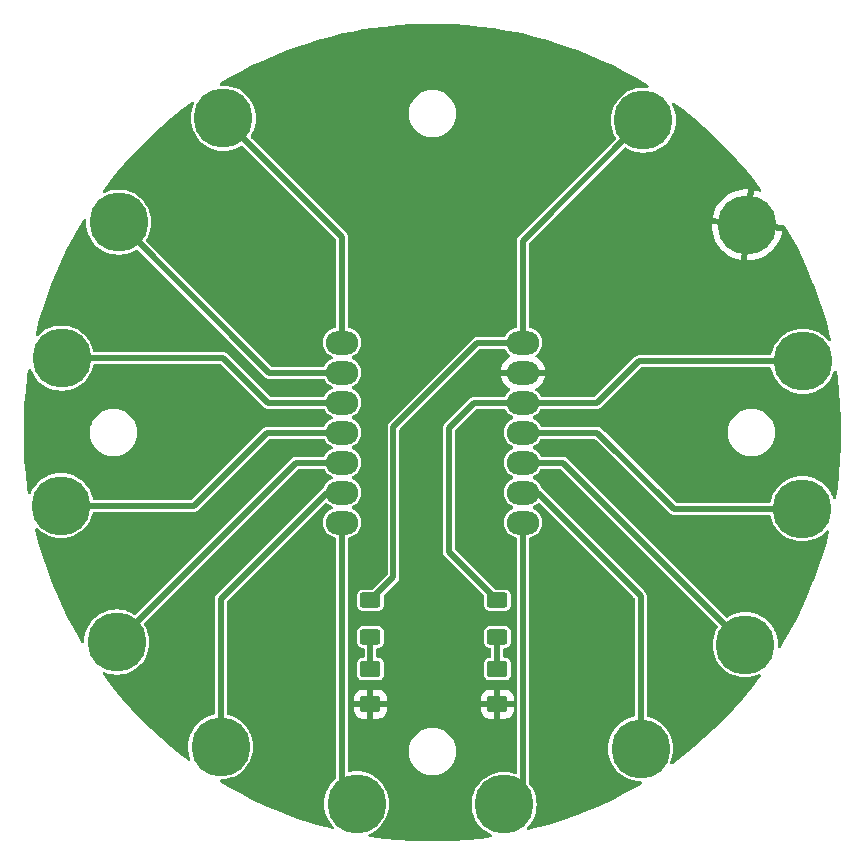
<source format=gtl>
%TF.GenerationSoftware,KiCad,Pcbnew,8.0.2-1*%
%TF.CreationDate,2024-05-14T17:19:14-06:00*%
%TF.ProjectId,seeeduino-xiao-breakout,73656565-6475-4696-9e6f-2d7869616f2d,rev?*%
%TF.SameCoordinates,Original*%
%TF.FileFunction,Copper,L1,Top*%
%TF.FilePolarity,Positive*%
%FSLAX46Y46*%
G04 Gerber Fmt 4.6, Leading zero omitted, Abs format (unit mm)*
G04 Created by KiCad (PCBNEW 8.0.2-1) date 2024-05-14 17:19:14*
%MOMM*%
%LPD*%
G01*
G04 APERTURE LIST*
G04 Aperture macros list*
%AMRoundRect*
0 Rectangle with rounded corners*
0 $1 Rounding radius*
0 $2 $3 $4 $5 $6 $7 $8 $9 X,Y pos of 4 corners*
0 Add a 4 corners polygon primitive as box body*
4,1,4,$2,$3,$4,$5,$6,$7,$8,$9,$2,$3,0*
0 Add four circle primitives for the rounded corners*
1,1,$1+$1,$2,$3*
1,1,$1+$1,$4,$5*
1,1,$1+$1,$6,$7*
1,1,$1+$1,$8,$9*
0 Add four rect primitives between the rounded corners*
20,1,$1+$1,$2,$3,$4,$5,0*
20,1,$1+$1,$4,$5,$6,$7,0*
20,1,$1+$1,$6,$7,$8,$9,0*
20,1,$1+$1,$8,$9,$2,$3,0*%
G04 Aperture macros list end*
%TA.AperFunction,ComponentPad*%
%ADD10O,2.748280X1.998980*%
%TD*%
%TA.AperFunction,SMDPad,CuDef*%
%ADD11RoundRect,0.250001X0.624999X-0.462499X0.624999X0.462499X-0.624999X0.462499X-0.624999X-0.462499X0*%
%TD*%
%TA.AperFunction,SMDPad,CuDef*%
%ADD12RoundRect,0.250000X-0.625000X0.400000X-0.625000X-0.400000X0.625000X-0.400000X0.625000X0.400000X0*%
%TD*%
%TA.AperFunction,ComponentPad*%
%ADD13C,5.000000*%
%TD*%
%TA.AperFunction,ViaPad*%
%ADD14C,1.000000*%
%TD*%
%TA.AperFunction,Conductor*%
%ADD15C,0.500000*%
%TD*%
%TA.AperFunction,Conductor*%
%ADD16C,0.250000*%
%TD*%
G04 APERTURE END LIST*
D10*
X129755304Y-94032180D03*
X129755304Y-96572180D03*
X129755304Y-99112180D03*
X129755304Y-101652180D03*
X129755304Y-104192180D03*
X129755304Y-106732180D03*
X129755304Y-109272180D03*
X145055496Y-109272180D03*
X145055496Y-106732180D03*
X145055496Y-104192180D03*
X145055496Y-101652180D03*
X145055496Y-99112180D03*
X145055496Y-96572180D03*
X145055496Y-94032180D03*
D11*
X132150000Y-124637500D03*
X132150000Y-121662500D03*
X142900000Y-124637500D03*
X142900000Y-121662500D03*
D12*
X132150000Y-115850000D03*
X132150000Y-118950000D03*
X142900000Y-115850000D03*
X142900000Y-118950000D03*
D13*
X155251984Y-75195017D03*
X163887012Y-119618394D03*
X164042157Y-84062237D03*
X119695827Y-75039873D03*
X106000219Y-95344446D03*
X130978036Y-133081810D03*
X119463636Y-128253422D03*
X143463697Y-133136290D03*
X110828607Y-83830046D03*
X168715400Y-108103993D03*
X110673463Y-119386204D03*
X155019794Y-128408567D03*
X105945740Y-107830107D03*
X168769879Y-95618331D03*
D14*
X166733175Y-89499801D03*
X125249801Y-72316825D03*
X108066825Y-113800199D03*
X114949360Y-124100640D03*
X105650000Y-101650000D03*
X169150000Y-101650000D03*
X159850640Y-124100640D03*
X149550199Y-130983175D03*
X108066825Y-89499801D03*
X114949360Y-79199360D03*
X137400000Y-69900000D03*
X149550199Y-72316825D03*
X166733175Y-113800199D03*
X159850640Y-79199360D03*
X137400000Y-133400000D03*
X125249801Y-130983175D03*
D15*
X154861669Y-95618331D02*
X168769879Y-95618331D01*
X145055496Y-99112180D02*
X151367820Y-99112180D01*
X145055496Y-99112180D02*
X140953820Y-99112180D01*
X151367820Y-99112180D02*
X154861669Y-95618331D01*
X138797000Y-111747000D02*
X142900000Y-115850000D01*
X140953820Y-99112180D02*
X138797000Y-101269000D01*
X138797000Y-101269000D02*
X138797000Y-111747000D01*
X145055496Y-85391505D02*
X155251984Y-75195017D01*
X134098000Y-101142000D02*
X134098000Y-113902000D01*
X145055496Y-94032180D02*
X141207820Y-94032180D01*
X141207820Y-94032180D02*
X134098000Y-101142000D01*
X145055496Y-94032180D02*
X145055496Y-85391505D01*
X134098000Y-113902000D02*
X132150000Y-115850000D01*
X129755304Y-94032180D02*
X129755304Y-85099350D01*
X129755304Y-85099350D02*
X119695827Y-75039873D01*
X129755304Y-96572180D02*
X123570741Y-96572180D01*
X123570741Y-96572180D02*
X110828607Y-83830046D01*
X123432180Y-99112180D02*
X119664446Y-95344446D01*
X119664446Y-95344446D02*
X106000219Y-95344446D01*
X129755304Y-99112180D02*
X123432180Y-99112180D01*
X123430000Y-101650000D02*
X117249893Y-107830107D01*
X117249893Y-107830107D02*
X105945740Y-107830107D01*
X129755304Y-101652180D02*
X123432180Y-101652180D01*
D16*
X123432180Y-101652180D02*
X123430000Y-101650000D01*
D15*
X125867487Y-104192180D02*
X110673463Y-119386204D01*
X129755304Y-104192180D02*
X125867487Y-104192180D01*
X128507820Y-106732180D02*
X119463636Y-115776364D01*
X129755304Y-106732180D02*
X128507820Y-106732180D01*
X119463636Y-115776364D02*
X119463636Y-128253422D01*
X129755304Y-131859078D02*
X130978036Y-133081810D01*
X129755304Y-109272180D02*
X129755304Y-131859078D01*
X145055496Y-109272180D02*
X145055496Y-131544491D01*
X145055496Y-131544491D02*
X143463697Y-133136290D01*
X155019794Y-115459794D02*
X155019794Y-128408567D01*
X145055496Y-106732180D02*
X146292180Y-106732180D01*
X146292180Y-106732180D02*
X155019794Y-115459794D01*
X148460798Y-104192180D02*
X163887012Y-119618394D01*
X145055496Y-104192180D02*
X148460798Y-104192180D01*
X157823993Y-108103993D02*
X168715400Y-108103993D01*
X151370000Y-101650000D02*
X157823993Y-108103993D01*
X145055496Y-101652180D02*
X151367820Y-101652180D01*
D16*
X151367820Y-101652180D02*
X151370000Y-101650000D01*
D15*
X132150000Y-118950000D02*
X132150000Y-121662500D01*
X142900000Y-118950000D02*
X142900000Y-121662500D01*
%TA.AperFunction,Conductor*%
G36*
X137986886Y-67032509D02*
G01*
X139151492Y-67071866D01*
X139155674Y-67072078D01*
X140318337Y-67150748D01*
X140322545Y-67151104D01*
X141481853Y-67268995D01*
X141486043Y-67269492D01*
X142640723Y-67426471D01*
X142644911Y-67427113D01*
X143265951Y-67533018D01*
X143793572Y-67622992D01*
X143797755Y-67623778D01*
X144483679Y-67764739D01*
X144939169Y-67858345D01*
X144943317Y-67859271D01*
X146076155Y-68132253D01*
X146080268Y-68133318D01*
X147203264Y-68444411D01*
X147207260Y-68445591D01*
X148319151Y-68794449D01*
X148323167Y-68795785D01*
X149422596Y-69181981D01*
X149426525Y-69183436D01*
X150512320Y-69606558D01*
X150516190Y-69608142D01*
X151587070Y-70067693D01*
X151590949Y-70069436D01*
X152645638Y-70564865D01*
X152649410Y-70566715D01*
X153240327Y-70869061D01*
X153686783Y-71097493D01*
X153690539Y-71099495D01*
X154709403Y-71665010D01*
X154713055Y-71667118D01*
X155635159Y-72220468D01*
X155683276Y-72272670D01*
X155695533Y-72342601D01*
X155668037Y-72408057D01*
X155609518Y-72448256D01*
X155562717Y-72454277D01*
X155251987Y-72435482D01*
X155251983Y-72435482D01*
X154919361Y-72455601D01*
X154919358Y-72455602D01*
X154591586Y-72515668D01*
X154273431Y-72614809D01*
X153969574Y-72751564D01*
X153969568Y-72751567D01*
X153684389Y-72923963D01*
X153422072Y-73129476D01*
X153422066Y-73129481D01*
X153186448Y-73365099D01*
X153186443Y-73365105D01*
X152980930Y-73627422D01*
X152808534Y-73912601D01*
X152808531Y-73912607D01*
X152671776Y-74216464D01*
X152572635Y-74534619D01*
X152512569Y-74862391D01*
X152512568Y-74862394D01*
X152492449Y-75195015D01*
X152492449Y-75195018D01*
X152512568Y-75527639D01*
X152512569Y-75527642D01*
X152572635Y-75855414D01*
X152671776Y-76173569D01*
X152808531Y-76477426D01*
X152808534Y-76477432D01*
X152808536Y-76477436D01*
X152808537Y-76477437D01*
X152926090Y-76671894D01*
X152944213Y-76740537D01*
X152922348Y-76808083D01*
X152907356Y-76826172D01*
X144651798Y-85081730D01*
X144651793Y-85081736D01*
X144636866Y-85107592D01*
X144634060Y-85112455D01*
X144634055Y-85112463D01*
X144634053Y-85112466D01*
X144585379Y-85196770D01*
X144585376Y-85196777D01*
X144550996Y-85325087D01*
X144550996Y-92675510D01*
X144530994Y-92743631D01*
X144477338Y-92790124D01*
X144444709Y-92799958D01*
X144387204Y-92809066D01*
X144387203Y-92809067D01*
X144199481Y-92870062D01*
X144199479Y-92870062D01*
X144199473Y-92870065D01*
X144023611Y-92959671D01*
X143863923Y-93075691D01*
X143724357Y-93215257D01*
X143608337Y-93374945D01*
X143608334Y-93374949D01*
X143565570Y-93458882D01*
X143516823Y-93510497D01*
X143453303Y-93527680D01*
X141141401Y-93527680D01*
X141055860Y-93550600D01*
X141013089Y-93562061D01*
X140970980Y-93586372D01*
X140898051Y-93628477D01*
X140898048Y-93628479D01*
X133694299Y-100832228D01*
X133694297Y-100832231D01*
X133652191Y-100905159D01*
X133652192Y-100905160D01*
X133627881Y-100947269D01*
X133624677Y-100959228D01*
X133593852Y-101074270D01*
X133593500Y-101075582D01*
X133593500Y-113640838D01*
X133573498Y-113708959D01*
X133556595Y-113729933D01*
X132377932Y-114908595D01*
X132315620Y-114942621D01*
X132288837Y-114945500D01*
X131476753Y-114945500D01*
X131476729Y-114945502D01*
X131416660Y-114951959D01*
X131416658Y-114951959D01*
X131280733Y-115002657D01*
X131164596Y-115089596D01*
X131077658Y-115205733D01*
X131077657Y-115205733D01*
X131026962Y-115341650D01*
X131026960Y-115341658D01*
X131020500Y-115401737D01*
X131020500Y-116298246D01*
X131020502Y-116298270D01*
X131026959Y-116358339D01*
X131026959Y-116358341D01*
X131077657Y-116494266D01*
X131077658Y-116494267D01*
X131164596Y-116610404D01*
X131280733Y-116697342D01*
X131416658Y-116748040D01*
X131476745Y-116754500D01*
X132823254Y-116754499D01*
X132883342Y-116748040D01*
X133019267Y-116697342D01*
X133135404Y-116610404D01*
X133222342Y-116494267D01*
X133273040Y-116358342D01*
X133279500Y-116298255D01*
X133279499Y-115486159D01*
X133299501Y-115418039D01*
X133316395Y-115397074D01*
X134501701Y-114211770D01*
X134525242Y-114170994D01*
X134543808Y-114138838D01*
X134543808Y-114138837D01*
X134568119Y-114096730D01*
X134602500Y-113968419D01*
X134602500Y-101403161D01*
X134622502Y-101335040D01*
X134639405Y-101314066D01*
X141379886Y-94573585D01*
X141442198Y-94539559D01*
X141468981Y-94536680D01*
X143453303Y-94536680D01*
X143521424Y-94556682D01*
X143565570Y-94605478D01*
X143608334Y-94689410D01*
X143608337Y-94689414D01*
X143724357Y-94849102D01*
X143863923Y-94988668D01*
X143946642Y-95048767D01*
X143989996Y-95104990D01*
X143996071Y-95175726D01*
X143962939Y-95238517D01*
X143929785Y-95262969D01*
X143890753Y-95282857D01*
X143890739Y-95282865D01*
X143698779Y-95422333D01*
X143698776Y-95422335D01*
X143531001Y-95590110D01*
X143530999Y-95590113D01*
X143391531Y-95782073D01*
X143391526Y-95782082D01*
X143283802Y-95993503D01*
X143283801Y-95993505D01*
X143210476Y-96219172D01*
X143194795Y-96318180D01*
X144624793Y-96318180D01*
X144589571Y-96379187D01*
X144555496Y-96506354D01*
X144555496Y-96638006D01*
X144589571Y-96765173D01*
X144624793Y-96826180D01*
X143194795Y-96826180D01*
X143210476Y-96925187D01*
X143283801Y-97150854D01*
X143283802Y-97150856D01*
X143391526Y-97362277D01*
X143391531Y-97362286D01*
X143530999Y-97554246D01*
X143531001Y-97554249D01*
X143698776Y-97722024D01*
X143698779Y-97722026D01*
X143890739Y-97861494D01*
X143890752Y-97861502D01*
X143929783Y-97881389D01*
X143981399Y-97930137D01*
X143998465Y-97999051D01*
X143975565Y-98066253D01*
X143946643Y-98095591D01*
X143863926Y-98155689D01*
X143863920Y-98155694D01*
X143724357Y-98295257D01*
X143608337Y-98454945D01*
X143608334Y-98454949D01*
X143565570Y-98538882D01*
X143516823Y-98590497D01*
X143453303Y-98607680D01*
X140887401Y-98607680D01*
X140801860Y-98630600D01*
X140759089Y-98642061D01*
X140716980Y-98666372D01*
X140644051Y-98708477D01*
X140644048Y-98708479D01*
X138393302Y-100959225D01*
X138393300Y-100959228D01*
X138393299Y-100959230D01*
X138372679Y-100994946D01*
X138326883Y-101074265D01*
X138326880Y-101074272D01*
X138326529Y-101075582D01*
X138298583Y-101179881D01*
X138292500Y-101202582D01*
X138292500Y-111813417D01*
X138292499Y-111813417D01*
X138326882Y-111941732D01*
X138351191Y-111983837D01*
X138393296Y-112056766D01*
X138393304Y-112056776D01*
X141733595Y-115397066D01*
X141767621Y-115459378D01*
X141770500Y-115486161D01*
X141770500Y-116298246D01*
X141770502Y-116298270D01*
X141776959Y-116358339D01*
X141776959Y-116358341D01*
X141827657Y-116494266D01*
X141827658Y-116494267D01*
X141914596Y-116610404D01*
X142030733Y-116697342D01*
X142166658Y-116748040D01*
X142226745Y-116754500D01*
X143573254Y-116754499D01*
X143633342Y-116748040D01*
X143769267Y-116697342D01*
X143885404Y-116610404D01*
X143972342Y-116494267D01*
X144023040Y-116358342D01*
X144029500Y-116298255D01*
X144029499Y-115401746D01*
X144023040Y-115341658D01*
X143972342Y-115205733D01*
X143885404Y-115089596D01*
X143769267Y-115002658D01*
X143769265Y-115002657D01*
X143769266Y-115002657D01*
X143633349Y-114951962D01*
X143633344Y-114951960D01*
X143633342Y-114951960D01*
X143625831Y-114951152D01*
X143573262Y-114945500D01*
X143573255Y-114945500D01*
X142761161Y-114945500D01*
X142693040Y-114925498D01*
X142672066Y-114908595D01*
X139338405Y-111574934D01*
X139304379Y-111512622D01*
X139301500Y-111485839D01*
X139301500Y-101530161D01*
X139321502Y-101462040D01*
X139338405Y-101441066D01*
X141125886Y-99653585D01*
X141188198Y-99619559D01*
X141214981Y-99616680D01*
X143453303Y-99616680D01*
X143521424Y-99636682D01*
X143565570Y-99685478D01*
X143608334Y-99769410D01*
X143608337Y-99769414D01*
X143724357Y-99929102D01*
X143863923Y-100068668D01*
X143863926Y-100068670D01*
X144023612Y-100184689D01*
X144190875Y-100269913D01*
X144242490Y-100318661D01*
X144259556Y-100387576D01*
X144236655Y-100454778D01*
X144190875Y-100494447D01*
X144023608Y-100579673D01*
X143863923Y-100695691D01*
X143724357Y-100835257D01*
X143608338Y-100994944D01*
X143518731Y-101170807D01*
X143518728Y-101170813D01*
X143518728Y-101170815D01*
X143515782Y-101179882D01*
X143465368Y-101335040D01*
X143457733Y-101358537D01*
X143426856Y-101553489D01*
X143426856Y-101750871D01*
X143457733Y-101945823D01*
X143518728Y-102133545D01*
X143518729Y-102133548D01*
X143518731Y-102133552D01*
X143608337Y-102309414D01*
X143724357Y-102469102D01*
X143863923Y-102608668D01*
X143863926Y-102608670D01*
X144023612Y-102724689D01*
X144190875Y-102809913D01*
X144242490Y-102858661D01*
X144259556Y-102927576D01*
X144236655Y-102994778D01*
X144190875Y-103034447D01*
X144023608Y-103119673D01*
X143863923Y-103235691D01*
X143724357Y-103375257D01*
X143608337Y-103534945D01*
X143518731Y-103710807D01*
X143518728Y-103710813D01*
X143518728Y-103710815D01*
X143457733Y-103898537D01*
X143426856Y-104093489D01*
X143426856Y-104290871D01*
X143457733Y-104485823D01*
X143518728Y-104673545D01*
X143518729Y-104673548D01*
X143518731Y-104673552D01*
X143608337Y-104849414D01*
X143724357Y-105009102D01*
X143863923Y-105148668D01*
X143863926Y-105148670D01*
X144023612Y-105264689D01*
X144180169Y-105344458D01*
X144190875Y-105349913D01*
X144242490Y-105398661D01*
X144259556Y-105467576D01*
X144236655Y-105534778D01*
X144190875Y-105574447D01*
X144023608Y-105659673D01*
X143863923Y-105775691D01*
X143724357Y-105915257D01*
X143608337Y-106074945D01*
X143518731Y-106250807D01*
X143518728Y-106250813D01*
X143518728Y-106250815D01*
X143498872Y-106311924D01*
X143479060Y-106372901D01*
X143457733Y-106438537D01*
X143426856Y-106633489D01*
X143426856Y-106830871D01*
X143457733Y-107025823D01*
X143518728Y-107213545D01*
X143518729Y-107213548D01*
X143518731Y-107213552D01*
X143608337Y-107389414D01*
X143724357Y-107549102D01*
X143863923Y-107688668D01*
X143863926Y-107688670D01*
X144023612Y-107804689D01*
X144190875Y-107889913D01*
X144242490Y-107938661D01*
X144259556Y-108007576D01*
X144236655Y-108074778D01*
X144190875Y-108114447D01*
X144023608Y-108199673D01*
X143863923Y-108315691D01*
X143724357Y-108455257D01*
X143608337Y-108614945D01*
X143518731Y-108790807D01*
X143518728Y-108790813D01*
X143518728Y-108790815D01*
X143457733Y-108978537D01*
X143426856Y-109173489D01*
X143426856Y-109370871D01*
X143457733Y-109565823D01*
X143518728Y-109753545D01*
X143518729Y-109753548D01*
X143518731Y-109753552D01*
X143608337Y-109929414D01*
X143724357Y-110089102D01*
X143863923Y-110228668D01*
X143863926Y-110228670D01*
X144023612Y-110344689D01*
X144199481Y-110434298D01*
X144387203Y-110495293D01*
X144444708Y-110504400D01*
X144508858Y-110534810D01*
X144546386Y-110595078D01*
X144550996Y-110628848D01*
X144550996Y-130418730D01*
X144530994Y-130486851D01*
X144477338Y-130533344D01*
X144407064Y-130543448D01*
X144387511Y-130539025D01*
X144124096Y-130456941D01*
X143796322Y-130396875D01*
X143796319Y-130396874D01*
X143463698Y-130376755D01*
X143463696Y-130376755D01*
X143131074Y-130396874D01*
X143131071Y-130396875D01*
X142803299Y-130456941D01*
X142485144Y-130556082D01*
X142181287Y-130692837D01*
X142181281Y-130692840D01*
X141896102Y-130865236D01*
X141633785Y-131070749D01*
X141633779Y-131070754D01*
X141398161Y-131306372D01*
X141398156Y-131306378D01*
X141192643Y-131568695D01*
X141020247Y-131853874D01*
X141020244Y-131853880D01*
X140883489Y-132157737D01*
X140784348Y-132475892D01*
X140724282Y-132803664D01*
X140724281Y-132803667D01*
X140704162Y-133136288D01*
X140704162Y-133136291D01*
X140724281Y-133468912D01*
X140724282Y-133468915D01*
X140784348Y-133796687D01*
X140883489Y-134114842D01*
X141020244Y-134418699D01*
X141020247Y-134418705D01*
X141192643Y-134703884D01*
X141398156Y-134966201D01*
X141398161Y-134966207D01*
X141633779Y-135201825D01*
X141633785Y-135201830D01*
X141633787Y-135201832D01*
X141896102Y-135407343D01*
X142181277Y-135579737D01*
X142388141Y-135672839D01*
X142442049Y-135719035D01*
X142462425Y-135787045D01*
X142442798Y-135855274D01*
X142389398Y-135902061D01*
X142353401Y-135912588D01*
X141486062Y-136030503D01*
X141481835Y-136031006D01*
X140322562Y-136148893D01*
X140318321Y-136149252D01*
X139155708Y-136227919D01*
X139151458Y-136228134D01*
X137986887Y-136267490D01*
X137982631Y-136267562D01*
X136817369Y-136267562D01*
X136813113Y-136267490D01*
X135648541Y-136228134D01*
X135644291Y-136227919D01*
X134481678Y-136149252D01*
X134477437Y-136148893D01*
X133318164Y-136031006D01*
X133313937Y-136030504D01*
X132159286Y-135873529D01*
X132155079Y-135872884D01*
X132078774Y-135859872D01*
X132014985Y-135828704D01*
X131978174Y-135767996D01*
X131980027Y-135697024D01*
X132019956Y-135638320D01*
X132048235Y-135620769D01*
X132260456Y-135525257D01*
X132545631Y-135352863D01*
X132807946Y-135147352D01*
X133043578Y-134911720D01*
X133249089Y-134649405D01*
X133421483Y-134364230D01*
X133421488Y-134364219D01*
X133558243Y-134060362D01*
X133558243Y-134060360D01*
X133558246Y-134060355D01*
X133657384Y-133742210D01*
X133717451Y-133414435D01*
X133737571Y-133081810D01*
X133717451Y-132749185D01*
X133657384Y-132421410D01*
X133558246Y-132103265D01*
X133558244Y-132103261D01*
X133558243Y-132103257D01*
X133421488Y-131799400D01*
X133421485Y-131799394D01*
X133249089Y-131514215D01*
X133043576Y-131251898D01*
X133043571Y-131251892D01*
X132807953Y-131016274D01*
X132807947Y-131016269D01*
X132778038Y-130992837D01*
X132626960Y-130874474D01*
X132545630Y-130810756D01*
X132260451Y-130638360D01*
X132260445Y-130638357D01*
X131956588Y-130501602D01*
X131638433Y-130402461D01*
X131310661Y-130342395D01*
X131310658Y-130342394D01*
X130978037Y-130322275D01*
X130978035Y-130322275D01*
X130645413Y-130342394D01*
X130645410Y-130342395D01*
X130408516Y-130385807D01*
X130337905Y-130378412D01*
X130282502Y-130334015D01*
X130259897Y-130266714D01*
X130259804Y-130261871D01*
X130259804Y-128518878D01*
X135399500Y-128518878D01*
X135399500Y-128781121D01*
X135433728Y-129041108D01*
X135433729Y-129041114D01*
X135433730Y-129041116D01*
X135501602Y-129294419D01*
X135601957Y-129536697D01*
X135601958Y-129536698D01*
X135601963Y-129536709D01*
X135733073Y-129763799D01*
X135733077Y-129763805D01*
X135892710Y-129971842D01*
X135892729Y-129971863D01*
X136078136Y-130157270D01*
X136078157Y-130157289D01*
X136286194Y-130316922D01*
X136286200Y-130316926D01*
X136513290Y-130448036D01*
X136513294Y-130448037D01*
X136513303Y-130448043D01*
X136755581Y-130548398D01*
X137008884Y-130616270D01*
X137008890Y-130616270D01*
X137008891Y-130616271D01*
X137033900Y-130619563D01*
X137268880Y-130650500D01*
X137268887Y-130650500D01*
X137531113Y-130650500D01*
X137531120Y-130650500D01*
X137791116Y-130616270D01*
X138044419Y-130548398D01*
X138286697Y-130448043D01*
X138513803Y-130316924D01*
X138721851Y-130157282D01*
X138907282Y-129971851D01*
X139066924Y-129763803D01*
X139198043Y-129536697D01*
X139298398Y-129294419D01*
X139366270Y-129041116D01*
X139400500Y-128781120D01*
X139400500Y-128518880D01*
X139366270Y-128258884D01*
X139298398Y-128005581D01*
X139198043Y-127763303D01*
X139198037Y-127763294D01*
X139198036Y-127763290D01*
X139066926Y-127536200D01*
X139066922Y-127536194D01*
X138907289Y-127328157D01*
X138907270Y-127328136D01*
X138721863Y-127142729D01*
X138721842Y-127142710D01*
X138513805Y-126983077D01*
X138513799Y-126983073D01*
X138286709Y-126851963D01*
X138286701Y-126851959D01*
X138286697Y-126851957D01*
X138044419Y-126751602D01*
X137791116Y-126683730D01*
X137791114Y-126683729D01*
X137791108Y-126683728D01*
X137531121Y-126649500D01*
X137531120Y-126649500D01*
X137268880Y-126649500D01*
X137268878Y-126649500D01*
X137008891Y-126683728D01*
X136755581Y-126751602D01*
X136513301Y-126851958D01*
X136513290Y-126851963D01*
X136286200Y-126983073D01*
X136286194Y-126983077D01*
X136078157Y-127142710D01*
X136078136Y-127142729D01*
X135892729Y-127328136D01*
X135892710Y-127328157D01*
X135733077Y-127536194D01*
X135733073Y-127536200D01*
X135601963Y-127763290D01*
X135601958Y-127763301D01*
X135501602Y-128005581D01*
X135433728Y-128258891D01*
X135399500Y-128518878D01*
X130259804Y-128518878D01*
X130259804Y-125150507D01*
X130767001Y-125150507D01*
X130777605Y-125254318D01*
X130833342Y-125422525D01*
X130926366Y-125573339D01*
X130926371Y-125573345D01*
X131051654Y-125698628D01*
X131051660Y-125698633D01*
X131202474Y-125791657D01*
X131370678Y-125847393D01*
X131370682Y-125847394D01*
X131474484Y-125857999D01*
X131896000Y-125857999D01*
X132404000Y-125857999D01*
X132825507Y-125857999D01*
X132929318Y-125847394D01*
X133097525Y-125791657D01*
X133248339Y-125698633D01*
X133248345Y-125698628D01*
X133373628Y-125573345D01*
X133373633Y-125573339D01*
X133466657Y-125422525D01*
X133522393Y-125254321D01*
X133522394Y-125254318D01*
X133532999Y-125150515D01*
X133533000Y-125150515D01*
X133533000Y-125150507D01*
X141517001Y-125150507D01*
X141527605Y-125254318D01*
X141583342Y-125422525D01*
X141676366Y-125573339D01*
X141676371Y-125573345D01*
X141801654Y-125698628D01*
X141801660Y-125698633D01*
X141952474Y-125791657D01*
X142120678Y-125847393D01*
X142120682Y-125847394D01*
X142224484Y-125857999D01*
X142646000Y-125857999D01*
X143154000Y-125857999D01*
X143575507Y-125857999D01*
X143679318Y-125847394D01*
X143847525Y-125791657D01*
X143998339Y-125698633D01*
X143998345Y-125698628D01*
X144123628Y-125573345D01*
X144123633Y-125573339D01*
X144216657Y-125422525D01*
X144272393Y-125254321D01*
X144272394Y-125254318D01*
X144282999Y-125150515D01*
X144283000Y-125150515D01*
X144283000Y-124891500D01*
X143154000Y-124891500D01*
X143154000Y-125857999D01*
X142646000Y-125857999D01*
X142646000Y-124891500D01*
X141517001Y-124891500D01*
X141517001Y-125150507D01*
X133533000Y-125150507D01*
X133533000Y-124891500D01*
X132404000Y-124891500D01*
X132404000Y-125857999D01*
X131896000Y-125857999D01*
X131896000Y-124891500D01*
X130767001Y-124891500D01*
X130767001Y-125150507D01*
X130259804Y-125150507D01*
X130259804Y-124124484D01*
X130767000Y-124124484D01*
X130767000Y-124383500D01*
X131896000Y-124383500D01*
X132404000Y-124383500D01*
X133532999Y-124383500D01*
X133532999Y-124124492D01*
X133532998Y-124124484D01*
X141517000Y-124124484D01*
X141517000Y-124383500D01*
X142646000Y-124383500D01*
X143154000Y-124383500D01*
X144282999Y-124383500D01*
X144282999Y-124124492D01*
X144272394Y-124020681D01*
X144216657Y-123852474D01*
X144123633Y-123701660D01*
X144123628Y-123701654D01*
X143998345Y-123576371D01*
X143998339Y-123576366D01*
X143847525Y-123483342D01*
X143679321Y-123427606D01*
X143679318Y-123427605D01*
X143575515Y-123417000D01*
X143154000Y-123417000D01*
X143154000Y-124383500D01*
X142646000Y-124383500D01*
X142646000Y-123417000D01*
X142224492Y-123417000D01*
X142120681Y-123427605D01*
X141952474Y-123483342D01*
X141801660Y-123576366D01*
X141801654Y-123576371D01*
X141676371Y-123701654D01*
X141676366Y-123701660D01*
X141583342Y-123852474D01*
X141527606Y-124020678D01*
X141527605Y-124020681D01*
X141517000Y-124124484D01*
X133532998Y-124124484D01*
X133522394Y-124020681D01*
X133466657Y-123852474D01*
X133373633Y-123701660D01*
X133373628Y-123701654D01*
X133248345Y-123576371D01*
X133248339Y-123576366D01*
X133097525Y-123483342D01*
X132929321Y-123427606D01*
X132929318Y-123427605D01*
X132825515Y-123417000D01*
X132404000Y-123417000D01*
X132404000Y-124383500D01*
X131896000Y-124383500D01*
X131896000Y-123417000D01*
X131474492Y-123417000D01*
X131370681Y-123427605D01*
X131202474Y-123483342D01*
X131051660Y-123576366D01*
X131051654Y-123576371D01*
X130926371Y-123701654D01*
X130926366Y-123701660D01*
X130833342Y-123852474D01*
X130777606Y-124020678D01*
X130777605Y-124020681D01*
X130767000Y-124124484D01*
X130259804Y-124124484D01*
X130259804Y-118501737D01*
X131020500Y-118501737D01*
X131020500Y-119398246D01*
X131020502Y-119398270D01*
X131026959Y-119458339D01*
X131026959Y-119458341D01*
X131077657Y-119594266D01*
X131095719Y-119618394D01*
X131164596Y-119710404D01*
X131280733Y-119797342D01*
X131416658Y-119848040D01*
X131476745Y-119854500D01*
X131519499Y-119854499D01*
X131587618Y-119874500D01*
X131634112Y-119928154D01*
X131645500Y-119980499D01*
X131645500Y-120569500D01*
X131625498Y-120637621D01*
X131571842Y-120684114D01*
X131519500Y-120695500D01*
X131476733Y-120695500D01*
X131416664Y-120701958D01*
X131416659Y-120701960D01*
X131280733Y-120752658D01*
X131280732Y-120752658D01*
X131280731Y-120752659D01*
X131164596Y-120839596D01*
X131077659Y-120955731D01*
X131026958Y-121091664D01*
X131020500Y-121151733D01*
X131020500Y-122173266D01*
X131026958Y-122233335D01*
X131026959Y-122233340D01*
X131026960Y-122233341D01*
X131077658Y-122369267D01*
X131164596Y-122485404D01*
X131280733Y-122572342D01*
X131416659Y-122623040D01*
X131416662Y-122623040D01*
X131416664Y-122623041D01*
X131476733Y-122629499D01*
X131476741Y-122629499D01*
X131476746Y-122629500D01*
X131476750Y-122629500D01*
X132823250Y-122629500D01*
X132823254Y-122629500D01*
X132823259Y-122629499D01*
X132823266Y-122629499D01*
X132883335Y-122623041D01*
X132883336Y-122623040D01*
X132883341Y-122623040D01*
X133019267Y-122572342D01*
X133135404Y-122485404D01*
X133222342Y-122369267D01*
X133273040Y-122233341D01*
X133275761Y-122208039D01*
X133279499Y-122173266D01*
X133279500Y-122173249D01*
X133279500Y-121151750D01*
X133279499Y-121151733D01*
X133273041Y-121091664D01*
X133273040Y-121091662D01*
X133273040Y-121091659D01*
X133222342Y-120955733D01*
X133135404Y-120839596D01*
X133019267Y-120752658D01*
X132883341Y-120701960D01*
X132883340Y-120701959D01*
X132883335Y-120701958D01*
X132823266Y-120695500D01*
X132823254Y-120695500D01*
X132780500Y-120695500D01*
X132712379Y-120675498D01*
X132665886Y-120621842D01*
X132654500Y-120569500D01*
X132654500Y-119980499D01*
X132674502Y-119912378D01*
X132728158Y-119865885D01*
X132780500Y-119854499D01*
X132823247Y-119854499D01*
X132823254Y-119854499D01*
X132883342Y-119848040D01*
X133019267Y-119797342D01*
X133135404Y-119710404D01*
X133222342Y-119594267D01*
X133273040Y-119458342D01*
X133279500Y-119398255D01*
X133279499Y-118501746D01*
X133279498Y-118501737D01*
X141770500Y-118501737D01*
X141770500Y-119398246D01*
X141770502Y-119398270D01*
X141776959Y-119458339D01*
X141776959Y-119458341D01*
X141827657Y-119594266D01*
X141845719Y-119618394D01*
X141914596Y-119710404D01*
X142030733Y-119797342D01*
X142166658Y-119848040D01*
X142226745Y-119854500D01*
X142269499Y-119854499D01*
X142337618Y-119874500D01*
X142384112Y-119928154D01*
X142395500Y-119980499D01*
X142395500Y-120569500D01*
X142375498Y-120637621D01*
X142321842Y-120684114D01*
X142269500Y-120695500D01*
X142226733Y-120695500D01*
X142166664Y-120701958D01*
X142166659Y-120701960D01*
X142030733Y-120752658D01*
X142030732Y-120752658D01*
X142030731Y-120752659D01*
X141914596Y-120839596D01*
X141827659Y-120955731D01*
X141776958Y-121091664D01*
X141770500Y-121151733D01*
X141770500Y-122173266D01*
X141776958Y-122233335D01*
X141776959Y-122233340D01*
X141776960Y-122233341D01*
X141827658Y-122369267D01*
X141914596Y-122485404D01*
X142030733Y-122572342D01*
X142166659Y-122623040D01*
X142166662Y-122623040D01*
X142166664Y-122623041D01*
X142226733Y-122629499D01*
X142226741Y-122629499D01*
X142226746Y-122629500D01*
X142226750Y-122629500D01*
X143573250Y-122629500D01*
X143573254Y-122629500D01*
X143573259Y-122629499D01*
X143573266Y-122629499D01*
X143633335Y-122623041D01*
X143633336Y-122623040D01*
X143633341Y-122623040D01*
X143769267Y-122572342D01*
X143885404Y-122485404D01*
X143972342Y-122369267D01*
X144023040Y-122233341D01*
X144025761Y-122208039D01*
X144029499Y-122173266D01*
X144029500Y-122173249D01*
X144029500Y-121151750D01*
X144029499Y-121151733D01*
X144023041Y-121091664D01*
X144023040Y-121091662D01*
X144023040Y-121091659D01*
X143972342Y-120955733D01*
X143885404Y-120839596D01*
X143769267Y-120752658D01*
X143633341Y-120701960D01*
X143633340Y-120701959D01*
X143633335Y-120701958D01*
X143573266Y-120695500D01*
X143573254Y-120695500D01*
X143530500Y-120695500D01*
X143462379Y-120675498D01*
X143415886Y-120621842D01*
X143404500Y-120569500D01*
X143404500Y-119980499D01*
X143424502Y-119912378D01*
X143478158Y-119865885D01*
X143530500Y-119854499D01*
X143573247Y-119854499D01*
X143573254Y-119854499D01*
X143633342Y-119848040D01*
X143769267Y-119797342D01*
X143885404Y-119710404D01*
X143972342Y-119594267D01*
X144023040Y-119458342D01*
X144029500Y-119398255D01*
X144029499Y-118501746D01*
X144023040Y-118441658D01*
X143972342Y-118305733D01*
X143885404Y-118189596D01*
X143769267Y-118102658D01*
X143769265Y-118102657D01*
X143769266Y-118102657D01*
X143633349Y-118051962D01*
X143633344Y-118051960D01*
X143633342Y-118051960D01*
X143603298Y-118048730D01*
X143573256Y-118045500D01*
X142226753Y-118045500D01*
X142226729Y-118045502D01*
X142166660Y-118051959D01*
X142166658Y-118051959D01*
X142030733Y-118102657D01*
X141914596Y-118189596D01*
X141827657Y-118305734D01*
X141776962Y-118441650D01*
X141776960Y-118441658D01*
X141770500Y-118501737D01*
X133279498Y-118501737D01*
X133273040Y-118441658D01*
X133222342Y-118305733D01*
X133135404Y-118189596D01*
X133019267Y-118102658D01*
X133019265Y-118102657D01*
X133019266Y-118102657D01*
X132883349Y-118051962D01*
X132883344Y-118051960D01*
X132883342Y-118051960D01*
X132853298Y-118048730D01*
X132823256Y-118045500D01*
X131476753Y-118045500D01*
X131476729Y-118045502D01*
X131416660Y-118051959D01*
X131416658Y-118051959D01*
X131280733Y-118102657D01*
X131164596Y-118189596D01*
X131077657Y-118305734D01*
X131026962Y-118441650D01*
X131026960Y-118441658D01*
X131020500Y-118501737D01*
X130259804Y-118501737D01*
X130259804Y-110628848D01*
X130279806Y-110560727D01*
X130333462Y-110514234D01*
X130366088Y-110504401D01*
X130423597Y-110495293D01*
X130611319Y-110434298D01*
X130787188Y-110344689D01*
X130946874Y-110228670D01*
X131086444Y-110089100D01*
X131202463Y-109929414D01*
X131292072Y-109753545D01*
X131353067Y-109565823D01*
X131383944Y-109370871D01*
X131383944Y-109173489D01*
X131353067Y-108978537D01*
X131292072Y-108790815D01*
X131202463Y-108614946D01*
X131086444Y-108455260D01*
X131086442Y-108455257D01*
X130946876Y-108315691D01*
X130787188Y-108199671D01*
X130619925Y-108114447D01*
X130568309Y-108065699D01*
X130551243Y-107996784D01*
X130574143Y-107929583D01*
X130619925Y-107889913D01*
X130787188Y-107804689D01*
X130946874Y-107688670D01*
X131086444Y-107549100D01*
X131202463Y-107389414D01*
X131292072Y-107213545D01*
X131353067Y-107025823D01*
X131383944Y-106830871D01*
X131383944Y-106633489D01*
X131353067Y-106438537D01*
X131292072Y-106250815D01*
X131202463Y-106074946D01*
X131086444Y-105915260D01*
X131086442Y-105915257D01*
X130946876Y-105775691D01*
X130787188Y-105659671D01*
X130619925Y-105574447D01*
X130568309Y-105525699D01*
X130551243Y-105456784D01*
X130574143Y-105389583D01*
X130619925Y-105349913D01*
X130630631Y-105344458D01*
X130787188Y-105264689D01*
X130946874Y-105148670D01*
X131086444Y-105009100D01*
X131202463Y-104849414D01*
X131292072Y-104673545D01*
X131353067Y-104485823D01*
X131383944Y-104290871D01*
X131383944Y-104093489D01*
X131353067Y-103898537D01*
X131292072Y-103710815D01*
X131202463Y-103534946D01*
X131086444Y-103375260D01*
X131086442Y-103375257D01*
X130946876Y-103235691D01*
X130787188Y-103119671D01*
X130619925Y-103034447D01*
X130568309Y-102985699D01*
X130551243Y-102916784D01*
X130574143Y-102849583D01*
X130619925Y-102809913D01*
X130787188Y-102724689D01*
X130946874Y-102608670D01*
X131086444Y-102469100D01*
X131202463Y-102309414D01*
X131292072Y-102133545D01*
X131353067Y-101945823D01*
X131383944Y-101750871D01*
X131383944Y-101553489D01*
X131353067Y-101358537D01*
X131292072Y-101170815D01*
X131202463Y-100994946D01*
X131176512Y-100959228D01*
X131086442Y-100835257D01*
X130946876Y-100695691D01*
X130787188Y-100579671D01*
X130619925Y-100494447D01*
X130568309Y-100445699D01*
X130551243Y-100376784D01*
X130574143Y-100309583D01*
X130619925Y-100269913D01*
X130787188Y-100184689D01*
X130946874Y-100068670D01*
X131086444Y-99929100D01*
X131202463Y-99769414D01*
X131292072Y-99593545D01*
X131353067Y-99405823D01*
X131383944Y-99210871D01*
X131383944Y-99013489D01*
X131353067Y-98818537D01*
X131292072Y-98630815D01*
X131202463Y-98454946D01*
X131086444Y-98295260D01*
X131086442Y-98295257D01*
X130946876Y-98155691D01*
X130787188Y-98039671D01*
X130619925Y-97954447D01*
X130568309Y-97905699D01*
X130551243Y-97836784D01*
X130574143Y-97769583D01*
X130619925Y-97729913D01*
X130635408Y-97722024D01*
X130787188Y-97644689D01*
X130946874Y-97528670D01*
X131086444Y-97389100D01*
X131202463Y-97229414D01*
X131292072Y-97053545D01*
X131353067Y-96865823D01*
X131383944Y-96670871D01*
X131383944Y-96473489D01*
X131353067Y-96278537D01*
X131292072Y-96090815D01*
X131202463Y-95914946D01*
X131132439Y-95818567D01*
X131086442Y-95755257D01*
X130946876Y-95615691D01*
X130787188Y-95499671D01*
X130619925Y-95414447D01*
X130568309Y-95365699D01*
X130551243Y-95296784D01*
X130574143Y-95229583D01*
X130619925Y-95189913D01*
X130787188Y-95104689D01*
X130946874Y-94988670D01*
X131086444Y-94849100D01*
X131202463Y-94689414D01*
X131292072Y-94513545D01*
X131353067Y-94325823D01*
X131383944Y-94130871D01*
X131383944Y-93933489D01*
X131353067Y-93738537D01*
X131292072Y-93550815D01*
X131202463Y-93374946D01*
X131086444Y-93215260D01*
X131086442Y-93215257D01*
X130946876Y-93075691D01*
X130787188Y-92959671D01*
X130611326Y-92870065D01*
X130611322Y-92870063D01*
X130611319Y-92870062D01*
X130423597Y-92809067D01*
X130423595Y-92809066D01*
X130366091Y-92799958D01*
X130301939Y-92769545D01*
X130264413Y-92709277D01*
X130259804Y-92675510D01*
X130259804Y-85032932D01*
X130225423Y-84904621D01*
X130225420Y-84904614D01*
X130192521Y-84847632D01*
X130192520Y-84847631D01*
X130185438Y-84835365D01*
X130159005Y-84789580D01*
X130159003Y-84789578D01*
X130159001Y-84789575D01*
X122040453Y-76671028D01*
X122006427Y-76608716D01*
X122011492Y-76537901D01*
X122021714Y-76516760D01*
X122139274Y-76322293D01*
X122139279Y-76322282D01*
X122276034Y-76018425D01*
X122276034Y-76018423D01*
X122276037Y-76018418D01*
X122375175Y-75700273D01*
X122435242Y-75372498D01*
X122455362Y-75039873D01*
X122453116Y-75002750D01*
X122435242Y-74707250D01*
X122435242Y-74707248D01*
X122400722Y-74518878D01*
X135399500Y-74518878D01*
X135399500Y-74781121D01*
X135433728Y-75041108D01*
X135433729Y-75041114D01*
X135433730Y-75041116D01*
X135501602Y-75294419D01*
X135601957Y-75536697D01*
X135601958Y-75536698D01*
X135601963Y-75536709D01*
X135733073Y-75763799D01*
X135733077Y-75763805D01*
X135892710Y-75971842D01*
X135892729Y-75971863D01*
X136078136Y-76157270D01*
X136078157Y-76157289D01*
X136286194Y-76316922D01*
X136286200Y-76316926D01*
X136513290Y-76448036D01*
X136513294Y-76448037D01*
X136513303Y-76448043D01*
X136755581Y-76548398D01*
X137008884Y-76616270D01*
X137008890Y-76616270D01*
X137008891Y-76616271D01*
X137033900Y-76619563D01*
X137268880Y-76650500D01*
X137268887Y-76650500D01*
X137531113Y-76650500D01*
X137531120Y-76650500D01*
X137791116Y-76616270D01*
X138044419Y-76548398D01*
X138286697Y-76448043D01*
X138513803Y-76316924D01*
X138721851Y-76157282D01*
X138907282Y-75971851D01*
X139066924Y-75763803D01*
X139198043Y-75536697D01*
X139298398Y-75294419D01*
X139366270Y-75041116D01*
X139400500Y-74781120D01*
X139400500Y-74518880D01*
X139366270Y-74258884D01*
X139298398Y-74005581D01*
X139198043Y-73763303D01*
X139198037Y-73763294D01*
X139198036Y-73763290D01*
X139066926Y-73536200D01*
X139066922Y-73536194D01*
X138907289Y-73328157D01*
X138907270Y-73328136D01*
X138721863Y-73142729D01*
X138721842Y-73142710D01*
X138513805Y-72983077D01*
X138513799Y-72983073D01*
X138286709Y-72851963D01*
X138286701Y-72851959D01*
X138286697Y-72851957D01*
X138044419Y-72751602D01*
X137791116Y-72683730D01*
X137791114Y-72683729D01*
X137791108Y-72683728D01*
X137531121Y-72649500D01*
X137531120Y-72649500D01*
X137268880Y-72649500D01*
X137268878Y-72649500D01*
X137008891Y-72683728D01*
X136755581Y-72751602D01*
X136513301Y-72851958D01*
X136513290Y-72851963D01*
X136286200Y-72983073D01*
X136286194Y-72983077D01*
X136078157Y-73142710D01*
X136078136Y-73142729D01*
X135892729Y-73328136D01*
X135892710Y-73328157D01*
X135733077Y-73536194D01*
X135733073Y-73536200D01*
X135601963Y-73763290D01*
X135601958Y-73763301D01*
X135501602Y-74005581D01*
X135433728Y-74258891D01*
X135399500Y-74518878D01*
X122400722Y-74518878D01*
X122375175Y-74379473D01*
X122276037Y-74061328D01*
X122276035Y-74061324D01*
X122276034Y-74061320D01*
X122139279Y-73757463D01*
X122139276Y-73757457D01*
X122123028Y-73730580D01*
X121966880Y-73472278D01*
X121761369Y-73209963D01*
X121761367Y-73209961D01*
X121761362Y-73209955D01*
X121525744Y-72974337D01*
X121525738Y-72974332D01*
X121263421Y-72768819D01*
X120978242Y-72596423D01*
X120978236Y-72596420D01*
X120674379Y-72459665D01*
X120356224Y-72360524D01*
X120028452Y-72300458D01*
X120028449Y-72300457D01*
X119695828Y-72280338D01*
X119695824Y-72280338D01*
X119508226Y-72291685D01*
X119439022Y-72275832D01*
X119389375Y-72225082D01*
X119375046Y-72155546D01*
X119400587Y-72089302D01*
X119435781Y-72057878D01*
X120086969Y-71667103D01*
X120090570Y-71665024D01*
X121109472Y-71099488D01*
X121113203Y-71097499D01*
X122150612Y-70566703D01*
X122154337Y-70564876D01*
X123209072Y-70069426D01*
X123212905Y-70067703D01*
X124283830Y-69608133D01*
X124287658Y-69606566D01*
X125373493Y-69183429D01*
X125377384Y-69181988D01*
X126476850Y-68795778D01*
X126480830Y-68794455D01*
X127592754Y-68445586D01*
X127596719Y-68444416D01*
X128719745Y-68133314D01*
X128723824Y-68132258D01*
X129856700Y-67859266D01*
X129860818Y-67858347D01*
X131002246Y-67623777D01*
X131006427Y-67622992D01*
X131111712Y-67605038D01*
X132155097Y-67427112D01*
X132159267Y-67426472D01*
X133313962Y-67269491D01*
X133318139Y-67268995D01*
X134477459Y-67151104D01*
X134481657Y-67150748D01*
X135644328Y-67072078D01*
X135648504Y-67071866D01*
X136813113Y-67032509D01*
X136817369Y-67032438D01*
X137982631Y-67032438D01*
X137986886Y-67032509D01*
G37*
%TD.AperFunction*%
%TA.AperFunction,Conductor*%
G36*
X146435165Y-107604738D02*
G01*
X146480228Y-107633699D01*
X154478389Y-115631860D01*
X154512415Y-115694172D01*
X154515294Y-115720955D01*
X154515294Y-125595641D01*
X154495292Y-125663762D01*
X154441636Y-125710255D01*
X154412007Y-125719577D01*
X154359392Y-125729219D01*
X154041241Y-125828359D01*
X153737384Y-125965114D01*
X153737378Y-125965117D01*
X153452199Y-126137513D01*
X153189882Y-126343026D01*
X153189876Y-126343031D01*
X152954258Y-126578649D01*
X152954253Y-126578655D01*
X152748740Y-126840972D01*
X152576344Y-127126151D01*
X152576341Y-127126157D01*
X152439586Y-127430014D01*
X152340445Y-127748169D01*
X152280379Y-128075941D01*
X152280378Y-128075944D01*
X152260259Y-128408565D01*
X152260259Y-128408568D01*
X152280378Y-128741189D01*
X152280379Y-128741192D01*
X152340445Y-129068964D01*
X152439586Y-129387119D01*
X152576341Y-129690976D01*
X152576344Y-129690982D01*
X152748740Y-129976161D01*
X152954253Y-130238478D01*
X152954258Y-130238484D01*
X153189876Y-130474102D01*
X153189882Y-130474107D01*
X153189884Y-130474109D01*
X153452199Y-130679620D01*
X153737374Y-130852014D01*
X153737376Y-130852015D01*
X153737378Y-130852016D01*
X153737384Y-130852019D01*
X154041241Y-130988774D01*
X154041245Y-130988775D01*
X154041249Y-130988777D01*
X154359394Y-131087915D01*
X154687169Y-131147982D01*
X155019794Y-131168102D01*
X155026138Y-131167718D01*
X155095342Y-131183569D01*
X155144991Y-131234319D01*
X155159321Y-131303854D01*
X155133782Y-131370098D01*
X155098582Y-131401528D01*
X154713072Y-131632871D01*
X154709386Y-131634999D01*
X153690539Y-132200504D01*
X153686783Y-132202506D01*
X152649434Y-132733272D01*
X152645613Y-132735146D01*
X151590952Y-133230561D01*
X151587070Y-133232306D01*
X150516224Y-133691843D01*
X150512285Y-133693455D01*
X149426556Y-134116551D01*
X149422565Y-134118029D01*
X148323179Y-134504210D01*
X148319140Y-134505553D01*
X147207303Y-134854395D01*
X147203221Y-134855600D01*
X146080268Y-135166681D01*
X146076148Y-135167748D01*
X145525108Y-135300533D01*
X145454197Y-135297046D01*
X145396428Y-135255775D01*
X145370142Y-135189823D01*
X145383686Y-135120131D01*
X145406492Y-135088946D01*
X145529239Y-134966200D01*
X145734750Y-134703885D01*
X145907144Y-134418710D01*
X145907149Y-134418699D01*
X146043904Y-134114842D01*
X146043904Y-134114840D01*
X146043907Y-134114835D01*
X146143045Y-133796690D01*
X146203112Y-133468915D01*
X146223232Y-133136290D01*
X146219936Y-133081808D01*
X146203112Y-132803667D01*
X146203112Y-132803665D01*
X146143045Y-132475890D01*
X146043907Y-132157745D01*
X146043905Y-132157741D01*
X146043904Y-132157737D01*
X145907149Y-131853880D01*
X145907146Y-131853874D01*
X145907144Y-131853870D01*
X145734750Y-131568695D01*
X145692068Y-131514215D01*
X145586811Y-131379863D01*
X145560545Y-131313904D01*
X145559996Y-131302157D01*
X145559996Y-110628848D01*
X145579998Y-110560727D01*
X145633654Y-110514234D01*
X145666280Y-110504401D01*
X145723789Y-110495293D01*
X145911511Y-110434298D01*
X146087380Y-110344689D01*
X146247066Y-110228670D01*
X146386636Y-110089100D01*
X146502655Y-109929414D01*
X146592264Y-109753545D01*
X146653259Y-109565823D01*
X146684136Y-109370871D01*
X146684136Y-109173489D01*
X146653259Y-108978537D01*
X146592264Y-108790815D01*
X146502655Y-108614946D01*
X146386636Y-108455260D01*
X146386634Y-108455257D01*
X146247068Y-108315691D01*
X146087380Y-108199671D01*
X145920117Y-108114447D01*
X145868501Y-108065699D01*
X145851435Y-107996784D01*
X145874335Y-107929583D01*
X145920117Y-107889913D01*
X146087380Y-107804689D01*
X146247066Y-107688670D01*
X146247071Y-107688665D01*
X146302038Y-107633699D01*
X146364350Y-107599673D01*
X146435165Y-107604738D01*
G37*
%TD.AperFunction*%
%TA.AperFunction,Conductor*%
G36*
X128458298Y-107599337D02*
G01*
X128503361Y-107628298D01*
X128563731Y-107688668D01*
X128563734Y-107688670D01*
X128723420Y-107804689D01*
X128890683Y-107889913D01*
X128942298Y-107938661D01*
X128959364Y-108007576D01*
X128936463Y-108074778D01*
X128890683Y-108114447D01*
X128723416Y-108199673D01*
X128563731Y-108315691D01*
X128424165Y-108455257D01*
X128308145Y-108614945D01*
X128218539Y-108790807D01*
X128218536Y-108790813D01*
X128218536Y-108790815D01*
X128157541Y-108978537D01*
X128126664Y-109173489D01*
X128126664Y-109370871D01*
X128157541Y-109565823D01*
X128218536Y-109753545D01*
X128218537Y-109753548D01*
X128218539Y-109753552D01*
X128308145Y-109929414D01*
X128424165Y-110089102D01*
X128563731Y-110228668D01*
X128563734Y-110228670D01*
X128723420Y-110344689D01*
X128899289Y-110434298D01*
X129087011Y-110495293D01*
X129144516Y-110504400D01*
X129208666Y-110534810D01*
X129246194Y-110595078D01*
X129250804Y-110628848D01*
X129250804Y-130874474D01*
X129230802Y-130942595D01*
X129202512Y-130973658D01*
X129148126Y-131016266D01*
X128912500Y-131251892D01*
X128912495Y-131251898D01*
X128706982Y-131514215D01*
X128534586Y-131799394D01*
X128534583Y-131799400D01*
X128397828Y-132103257D01*
X128298687Y-132421412D01*
X128238621Y-132749184D01*
X128238620Y-132749187D01*
X128218501Y-133081808D01*
X128218501Y-133081811D01*
X128238620Y-133414432D01*
X128238621Y-133414435D01*
X128298687Y-133742207D01*
X128397828Y-134060362D01*
X128534583Y-134364219D01*
X128534586Y-134364225D01*
X128706982Y-134649404D01*
X128912495Y-134911721D01*
X128912500Y-134911727D01*
X128993273Y-134992500D01*
X129027299Y-135054812D01*
X129022234Y-135125627D01*
X128979687Y-135182463D01*
X128913167Y-135207274D01*
X128874660Y-135204089D01*
X128723851Y-135167748D01*
X128719731Y-135166681D01*
X127596778Y-134855600D01*
X127592696Y-134854395D01*
X126480859Y-134505553D01*
X126476820Y-134504210D01*
X125377434Y-134118029D01*
X125373443Y-134116551D01*
X124287714Y-133693455D01*
X124283775Y-133691843D01*
X123212929Y-133232306D01*
X123209047Y-133230561D01*
X122154386Y-132735146D01*
X122150565Y-132733272D01*
X121113216Y-132202506D01*
X121109460Y-132200504D01*
X120090613Y-131634999D01*
X120086927Y-131632871D01*
X119440124Y-131244727D01*
X119392006Y-131192524D01*
X119379749Y-131122593D01*
X119407245Y-131057137D01*
X119465764Y-131016938D01*
X119497346Y-131010917D01*
X119796261Y-130992837D01*
X120124036Y-130932770D01*
X120442181Y-130833632D01*
X120493010Y-130810756D01*
X120746045Y-130696874D01*
X120746045Y-130696873D01*
X120746056Y-130696869D01*
X121031231Y-130524475D01*
X121293546Y-130318964D01*
X121529178Y-130083332D01*
X121734689Y-129821017D01*
X121907083Y-129535842D01*
X121961285Y-129415411D01*
X122043843Y-129231974D01*
X122043845Y-129231969D01*
X122043846Y-129231967D01*
X122142984Y-128913822D01*
X122203051Y-128586047D01*
X122223171Y-128253422D01*
X122203051Y-127920797D01*
X122142984Y-127593022D01*
X122043846Y-127274877D01*
X122043844Y-127274873D01*
X122043843Y-127274869D01*
X121907088Y-126971012D01*
X121907085Y-126971006D01*
X121835121Y-126851963D01*
X121734689Y-126685827D01*
X121529178Y-126423512D01*
X121529176Y-126423510D01*
X121529171Y-126423504D01*
X121293553Y-126187886D01*
X121293547Y-126187881D01*
X121031230Y-125982368D01*
X120746051Y-125809972D01*
X120746045Y-125809969D01*
X120442188Y-125673214D01*
X120124037Y-125574074D01*
X120071423Y-125564432D01*
X120008024Y-125532478D01*
X119971965Y-125471321D01*
X119968136Y-125440496D01*
X119968136Y-116037524D01*
X119988138Y-115969403D01*
X120005036Y-115948434D01*
X128325173Y-107628296D01*
X128387483Y-107594272D01*
X128458298Y-107599337D01*
G37*
%TD.AperFunction*%
%TA.AperFunction,Conductor*%
G36*
X148267758Y-104716682D02*
G01*
X148288732Y-104733585D01*
X161542384Y-117987237D01*
X161576410Y-118049549D01*
X161571345Y-118120364D01*
X161561118Y-118141516D01*
X161443562Y-118335978D01*
X161443559Y-118335984D01*
X161306804Y-118639841D01*
X161207663Y-118957996D01*
X161147597Y-119285768D01*
X161147596Y-119285771D01*
X161127477Y-119618392D01*
X161127477Y-119618395D01*
X161147596Y-119951016D01*
X161147597Y-119951019D01*
X161207663Y-120278791D01*
X161306804Y-120596946D01*
X161443559Y-120900803D01*
X161443562Y-120900809D01*
X161615958Y-121185988D01*
X161821471Y-121448305D01*
X161821476Y-121448311D01*
X162057094Y-121683929D01*
X162057100Y-121683934D01*
X162057102Y-121683936D01*
X162319417Y-121889447D01*
X162604592Y-122061841D01*
X162604594Y-122061842D01*
X162604596Y-122061843D01*
X162604602Y-122061846D01*
X162908459Y-122198601D01*
X162908463Y-122198602D01*
X162908467Y-122198604D01*
X163226612Y-122297742D01*
X163554387Y-122357809D01*
X163743828Y-122369268D01*
X163887011Y-122377929D01*
X163887012Y-122377929D01*
X163887013Y-122377929D01*
X163970168Y-122372899D01*
X164219637Y-122357809D01*
X164547412Y-122297742D01*
X164865557Y-122198604D01*
X165022490Y-122127973D01*
X165092818Y-122118256D01*
X165157236Y-122148103D01*
X165195291Y-122208039D01*
X165194901Y-122279034D01*
X165176388Y-122316589D01*
X165133903Y-122375482D01*
X165131355Y-122378891D01*
X164418102Y-123300337D01*
X164415440Y-123303659D01*
X163671461Y-124200505D01*
X163668689Y-124203734D01*
X162894848Y-125074938D01*
X162891968Y-125078072D01*
X162089149Y-125922636D01*
X162086165Y-125925671D01*
X161255266Y-126742653D01*
X161252181Y-126745585D01*
X160394175Y-127534027D01*
X160390993Y-127536853D01*
X159506860Y-128295857D01*
X159503584Y-128298575D01*
X158594305Y-129027297D01*
X158590940Y-129029902D01*
X157730302Y-129673137D01*
X157663762Y-129697897D01*
X157594400Y-129682752D01*
X157544236Y-129632511D01*
X157529198Y-129563126D01*
X157539969Y-129520502D01*
X157600004Y-129387112D01*
X157699142Y-129068967D01*
X157759209Y-128741192D01*
X157779329Y-128408567D01*
X157759209Y-128075942D01*
X157699142Y-127748167D01*
X157600004Y-127430022D01*
X157600002Y-127430018D01*
X157600001Y-127430014D01*
X157463246Y-127126157D01*
X157463243Y-127126151D01*
X157290847Y-126840972D01*
X157169298Y-126685827D01*
X157085336Y-126578657D01*
X157085334Y-126578655D01*
X157085329Y-126578649D01*
X156849711Y-126343031D01*
X156849705Y-126343026D01*
X156587388Y-126137513D01*
X156302209Y-125965117D01*
X156302203Y-125965114D01*
X155998346Y-125828359D01*
X155680195Y-125729219D01*
X155627581Y-125719577D01*
X155564182Y-125687623D01*
X155528123Y-125626466D01*
X155524294Y-125595641D01*
X155524294Y-115393376D01*
X155510434Y-115341650D01*
X155489913Y-115265064D01*
X155455658Y-115205733D01*
X155423495Y-115150024D01*
X155423490Y-115150019D01*
X155423488Y-115150016D01*
X146646372Y-106372901D01*
X146615634Y-106322742D01*
X146612809Y-106314048D01*
X146592264Y-106250815D01*
X146502655Y-106074946D01*
X146386636Y-105915260D01*
X146386634Y-105915257D01*
X146247068Y-105775691D01*
X146087380Y-105659671D01*
X145920117Y-105574447D01*
X145868501Y-105525699D01*
X145851435Y-105456784D01*
X145874335Y-105389583D01*
X145920117Y-105349913D01*
X145930823Y-105344458D01*
X146087380Y-105264689D01*
X146247066Y-105148670D01*
X146386636Y-105009100D01*
X146502655Y-104849414D01*
X146545422Y-104765477D01*
X146594169Y-104713863D01*
X146657689Y-104696680D01*
X148199637Y-104696680D01*
X148267758Y-104716682D01*
G37*
%TD.AperFunction*%
%TA.AperFunction,Conductor*%
G36*
X128221232Y-104716682D02*
G01*
X128265378Y-104765478D01*
X128308142Y-104849410D01*
X128308145Y-104849414D01*
X128424165Y-105009102D01*
X128563731Y-105148668D01*
X128563734Y-105148670D01*
X128723420Y-105264689D01*
X128879977Y-105344458D01*
X128890683Y-105349913D01*
X128942298Y-105398661D01*
X128959364Y-105467576D01*
X128936463Y-105534778D01*
X128890683Y-105574447D01*
X128723416Y-105659673D01*
X128563731Y-105775691D01*
X128424165Y-105915257D01*
X128308145Y-106074945D01*
X128218536Y-106250813D01*
X128218534Y-106250818D01*
X128200361Y-106306747D01*
X128169624Y-106356903D01*
X119059940Y-115466587D01*
X119059934Y-115466595D01*
X119025516Y-115526211D01*
X119025515Y-115526212D01*
X118993519Y-115581629D01*
X118993517Y-115581634D01*
X118963363Y-115694172D01*
X118959136Y-115709946D01*
X118959136Y-125440496D01*
X118939134Y-125508617D01*
X118885478Y-125555110D01*
X118855849Y-125564432D01*
X118803234Y-125574074D01*
X118485083Y-125673214D01*
X118181226Y-125809969D01*
X118181220Y-125809972D01*
X117896041Y-125982368D01*
X117633724Y-126187881D01*
X117633718Y-126187886D01*
X117398100Y-126423504D01*
X117398095Y-126423510D01*
X117192582Y-126685827D01*
X117020186Y-126971006D01*
X117020183Y-126971012D01*
X116883428Y-127274869D01*
X116784287Y-127593024D01*
X116724221Y-127920796D01*
X116724220Y-127920799D01*
X116704101Y-128253420D01*
X116704101Y-128253423D01*
X116724220Y-128586044D01*
X116724221Y-128586047D01*
X116759969Y-128781121D01*
X116784288Y-128913822D01*
X116823954Y-129041116D01*
X116883427Y-129231969D01*
X116888217Y-129242613D01*
X116897931Y-129312942D01*
X116868081Y-129377358D01*
X116808143Y-129415411D01*
X116737148Y-129415018D01*
X116697883Y-129395246D01*
X116687009Y-129387119D01*
X116209059Y-129029902D01*
X116205694Y-129027297D01*
X115296415Y-128298575D01*
X115293139Y-128295857D01*
X114409006Y-127536853D01*
X114405824Y-127534027D01*
X113547818Y-126745585D01*
X113544733Y-126742653D01*
X112713834Y-125925671D01*
X112710850Y-125922636D01*
X112252541Y-125440496D01*
X111908011Y-125078050D01*
X111905171Y-125074960D01*
X111290986Y-124383500D01*
X111131310Y-124203734D01*
X111128538Y-124200505D01*
X110384559Y-123303659D01*
X110381897Y-123300337D01*
X109862629Y-122629499D01*
X109668635Y-122378880D01*
X109666096Y-122375482D01*
X109661613Y-122369268D01*
X109490738Y-122132399D01*
X109467106Y-122065451D01*
X109483420Y-121996354D01*
X109534501Y-121947046D01*
X109604131Y-121933182D01*
X109644635Y-121943783D01*
X109694918Y-121966414D01*
X110013063Y-122065552D01*
X110340838Y-122125619D01*
X110562588Y-122139032D01*
X110673462Y-122145739D01*
X110673463Y-122145739D01*
X110673464Y-122145739D01*
X110756619Y-122140709D01*
X111006088Y-122125619D01*
X111333863Y-122065552D01*
X111652008Y-121966414D01*
X111725847Y-121933182D01*
X111955872Y-121829656D01*
X111955872Y-121829655D01*
X111955883Y-121829651D01*
X112241058Y-121657257D01*
X112503373Y-121451746D01*
X112739005Y-121216114D01*
X112944516Y-120953799D01*
X113116910Y-120668624D01*
X113253673Y-120364749D01*
X113352811Y-120046604D01*
X113412878Y-119718829D01*
X113432998Y-119386204D01*
X113412878Y-119053579D01*
X113352811Y-118725804D01*
X113253673Y-118407659D01*
X113253671Y-118407655D01*
X113253670Y-118407651D01*
X113116915Y-118103794D01*
X113116909Y-118103783D01*
X113116229Y-118102658D01*
X112999355Y-117909324D01*
X112981232Y-117840683D01*
X113003096Y-117773137D01*
X113018084Y-117755052D01*
X126039553Y-104733585D01*
X126101865Y-104699559D01*
X126128648Y-104696680D01*
X128153111Y-104696680D01*
X128221232Y-104716682D01*
G37*
%TD.AperFunction*%
%TA.AperFunction,Conductor*%
G36*
X151179140Y-102176682D02*
G01*
X151200114Y-102193585D01*
X157420293Y-108413763D01*
X157514223Y-108507693D01*
X157629263Y-108574112D01*
X157757574Y-108608493D01*
X165902474Y-108608493D01*
X165970595Y-108628495D01*
X166017088Y-108682151D01*
X166026410Y-108711780D01*
X166036052Y-108764394D01*
X166135192Y-109082545D01*
X166271947Y-109386402D01*
X166271950Y-109386408D01*
X166444346Y-109671587D01*
X166516645Y-109763869D01*
X166632733Y-109912045D01*
X166649859Y-109933904D01*
X166649864Y-109933910D01*
X166885482Y-110169528D01*
X166885488Y-110169533D01*
X166885490Y-110169535D01*
X167147805Y-110375046D01*
X167432980Y-110547440D01*
X167432982Y-110547441D01*
X167432984Y-110547442D01*
X167432990Y-110547445D01*
X167736847Y-110684200D01*
X167736851Y-110684201D01*
X167736855Y-110684203D01*
X168055000Y-110783341D01*
X168382775Y-110843408D01*
X168604525Y-110856821D01*
X168715399Y-110863528D01*
X168715400Y-110863528D01*
X168715401Y-110863528D01*
X168798556Y-110858498D01*
X169048025Y-110843408D01*
X169375800Y-110783341D01*
X169693945Y-110684203D01*
X169968298Y-110560727D01*
X169997809Y-110547445D01*
X169997809Y-110547444D01*
X169997820Y-110547440D01*
X170282995Y-110375046D01*
X170545310Y-110169535D01*
X170768776Y-109946068D01*
X170831087Y-109912045D01*
X170901902Y-109917109D01*
X170958738Y-109959656D01*
X170983549Y-110026176D01*
X170979848Y-110066747D01*
X170766427Y-110891025D01*
X170765290Y-110895127D01*
X170435289Y-112012654D01*
X170434015Y-112016715D01*
X170066458Y-113122466D01*
X170065048Y-113126481D01*
X169660333Y-114219243D01*
X169658787Y-114223209D01*
X169217426Y-115301607D01*
X169215748Y-115305518D01*
X168738198Y-116368435D01*
X168736388Y-116372288D01*
X168223225Y-117418441D01*
X168221287Y-117422230D01*
X167673059Y-118450504D01*
X167670993Y-118454225D01*
X167088378Y-119463342D01*
X167086188Y-119466991D01*
X166872121Y-119810430D01*
X166819113Y-119857660D01*
X166748986Y-119868734D01*
X166684003Y-119840137D01*
X166644798Y-119780947D01*
X166639422Y-119736176D01*
X166646547Y-119618394D01*
X166645087Y-119594265D01*
X166634643Y-119421595D01*
X166626427Y-119285769D01*
X166566360Y-118957994D01*
X166467222Y-118639849D01*
X166467220Y-118639845D01*
X166467219Y-118639841D01*
X166330464Y-118335984D01*
X166330461Y-118335978D01*
X166312177Y-118305733D01*
X166158065Y-118050799D01*
X165952554Y-117788484D01*
X165952552Y-117788482D01*
X165952547Y-117788476D01*
X165716929Y-117552858D01*
X165716923Y-117552853D01*
X165454606Y-117347340D01*
X165169427Y-117174944D01*
X165169421Y-117174941D01*
X164865564Y-117038186D01*
X164547409Y-116939045D01*
X164219637Y-116878979D01*
X164219634Y-116878978D01*
X163887013Y-116858859D01*
X163887011Y-116858859D01*
X163554389Y-116878978D01*
X163554386Y-116878979D01*
X163226614Y-116939045D01*
X162908459Y-117038186D01*
X162604602Y-117174941D01*
X162604596Y-117174944D01*
X162410134Y-117292500D01*
X162341490Y-117310623D01*
X162273944Y-117288758D01*
X162255855Y-117273766D01*
X148770574Y-103788484D01*
X148770564Y-103788476D01*
X148697635Y-103746371D01*
X148655530Y-103722062D01*
X148655529Y-103722061D01*
X148655528Y-103722061D01*
X148527217Y-103687680D01*
X148527215Y-103687680D01*
X146657689Y-103687680D01*
X146589568Y-103667678D01*
X146545422Y-103618882D01*
X146502657Y-103534949D01*
X146502654Y-103534945D01*
X146386634Y-103375257D01*
X146247068Y-103235691D01*
X146087380Y-103119671D01*
X145920117Y-103034447D01*
X145868501Y-102985699D01*
X145851435Y-102916784D01*
X145874335Y-102849583D01*
X145920117Y-102809913D01*
X146087380Y-102724689D01*
X146247066Y-102608670D01*
X146386636Y-102469100D01*
X146502655Y-102309414D01*
X146545422Y-102225477D01*
X146594169Y-102173863D01*
X146657689Y-102156680D01*
X151111019Y-102156680D01*
X151179140Y-102176682D01*
G37*
%TD.AperFunction*%
%TA.AperFunction,Conductor*%
G36*
X128221232Y-102176682D02*
G01*
X128265378Y-102225478D01*
X128308142Y-102309410D01*
X128308145Y-102309414D01*
X128424165Y-102469102D01*
X128563731Y-102608668D01*
X128563734Y-102608670D01*
X128723420Y-102724689D01*
X128890683Y-102809913D01*
X128942298Y-102858661D01*
X128959364Y-102927576D01*
X128936463Y-102994778D01*
X128890683Y-103034447D01*
X128723416Y-103119673D01*
X128563731Y-103235691D01*
X128424165Y-103375257D01*
X128308145Y-103534945D01*
X128308142Y-103534949D01*
X128265378Y-103618882D01*
X128216631Y-103670497D01*
X128153111Y-103687680D01*
X125801068Y-103687680D01*
X125715527Y-103710600D01*
X125672756Y-103722061D01*
X125630647Y-103746372D01*
X125557718Y-103788477D01*
X125557715Y-103788479D01*
X112304618Y-117041576D01*
X112242306Y-117075602D01*
X112171491Y-117070537D01*
X112150343Y-117060312D01*
X111955883Y-116942757D01*
X111955882Y-116942756D01*
X111955878Y-116942754D01*
X111955872Y-116942751D01*
X111652015Y-116805996D01*
X111333860Y-116706855D01*
X111006088Y-116646789D01*
X111006085Y-116646788D01*
X110673464Y-116626669D01*
X110673462Y-116626669D01*
X110340840Y-116646788D01*
X110340837Y-116646789D01*
X110013065Y-116706855D01*
X109694910Y-116805996D01*
X109391053Y-116942751D01*
X109391047Y-116942754D01*
X109105868Y-117115150D01*
X108843551Y-117320663D01*
X108843545Y-117320668D01*
X108607927Y-117556286D01*
X108607922Y-117556292D01*
X108402409Y-117818609D01*
X108230013Y-118103788D01*
X108230010Y-118103794D01*
X108093255Y-118407651D01*
X107994114Y-118725806D01*
X107934048Y-119053578D01*
X107934047Y-119053581D01*
X107915827Y-119354806D01*
X107891748Y-119421595D01*
X107835383Y-119464763D01*
X107764628Y-119470605D01*
X107701945Y-119437267D01*
X107680938Y-119410198D01*
X107285804Y-118725806D01*
X107128988Y-118454192D01*
X107126958Y-118450537D01*
X106648354Y-117552853D01*
X106578712Y-117422230D01*
X106576774Y-117418441D01*
X106063611Y-116372288D01*
X106061801Y-116368435D01*
X106057266Y-116358342D01*
X105584250Y-115305517D01*
X105582573Y-115301607D01*
X105436828Y-114945501D01*
X105141206Y-114223194D01*
X105139666Y-114219243D01*
X104734951Y-113126481D01*
X104733541Y-113122466D01*
X104365984Y-112016715D01*
X104364710Y-112012654D01*
X104034709Y-110895127D01*
X104033572Y-110891025D01*
X103956946Y-110595078D01*
X103772976Y-109884544D01*
X103775265Y-109813587D01*
X103815554Y-109755129D01*
X103881052Y-109727733D01*
X103950964Y-109740097D01*
X103984049Y-109763869D01*
X104115822Y-109895642D01*
X104115828Y-109895647D01*
X104115830Y-109895649D01*
X104378145Y-110101160D01*
X104663320Y-110273554D01*
X104663322Y-110273555D01*
X104663324Y-110273556D01*
X104663330Y-110273559D01*
X104967187Y-110410314D01*
X104967191Y-110410315D01*
X104967195Y-110410317D01*
X105285340Y-110509455D01*
X105613115Y-110569522D01*
X105834865Y-110582935D01*
X105945739Y-110589642D01*
X105945740Y-110589642D01*
X105945741Y-110589642D01*
X106028896Y-110584612D01*
X106278365Y-110569522D01*
X106606140Y-110509455D01*
X106924285Y-110410317D01*
X107070105Y-110344689D01*
X107228149Y-110273559D01*
X107228149Y-110273558D01*
X107228160Y-110273554D01*
X107513335Y-110101160D01*
X107775650Y-109895649D01*
X108011282Y-109660017D01*
X108216793Y-109397702D01*
X108389187Y-109112527D01*
X108525950Y-108808652D01*
X108625088Y-108490507D01*
X108634730Y-108437894D01*
X108666684Y-108374495D01*
X108727841Y-108338436D01*
X108758666Y-108334607D01*
X117316310Y-108334607D01*
X117316312Y-108334607D01*
X117444623Y-108300226D01*
X117486730Y-108275915D01*
X117559663Y-108233808D01*
X123599886Y-102193585D01*
X123662198Y-102159559D01*
X123688981Y-102156680D01*
X128153111Y-102156680D01*
X128221232Y-102176682D01*
G37*
%TD.AperFunction*%
%TA.AperFunction,Conductor*%
G36*
X166025074Y-96142833D02*
G01*
X166071567Y-96196489D01*
X166080889Y-96226118D01*
X166090531Y-96278732D01*
X166189671Y-96596883D01*
X166326426Y-96900740D01*
X166326429Y-96900746D01*
X166498825Y-97185925D01*
X166532897Y-97229414D01*
X166658004Y-97389102D01*
X166704338Y-97448242D01*
X166704343Y-97448248D01*
X166939961Y-97683866D01*
X166939967Y-97683871D01*
X166939969Y-97683873D01*
X167202284Y-97889384D01*
X167487459Y-98061778D01*
X167487461Y-98061779D01*
X167487463Y-98061780D01*
X167487469Y-98061783D01*
X167791326Y-98198538D01*
X167791330Y-98198539D01*
X167791334Y-98198541D01*
X168109479Y-98297679D01*
X168437254Y-98357746D01*
X168659004Y-98371159D01*
X168769878Y-98377866D01*
X168769879Y-98377866D01*
X168769880Y-98377866D01*
X168853035Y-98372836D01*
X169102504Y-98357746D01*
X169430279Y-98297679D01*
X169748424Y-98198541D01*
X169843638Y-98155689D01*
X170052288Y-98061783D01*
X170052288Y-98061782D01*
X170052299Y-98061778D01*
X170337474Y-97889384D01*
X170599789Y-97683873D01*
X170835421Y-97448241D01*
X171040932Y-97185926D01*
X171213326Y-96900751D01*
X171350089Y-96596876D01*
X171387093Y-96478123D01*
X171426454Y-96419040D01*
X171491512Y-96390615D01*
X171561610Y-96401875D01*
X171614493Y-96449245D01*
X171631934Y-96496531D01*
X171706590Y-96983857D01*
X171707163Y-96988075D01*
X171844610Y-98145177D01*
X171845041Y-98149411D01*
X171943334Y-99310532D01*
X171943621Y-99314778D01*
X172002639Y-100478522D01*
X172002783Y-100482776D01*
X172022464Y-101647872D01*
X172022464Y-101652128D01*
X172002783Y-102817223D01*
X172002639Y-102821477D01*
X171943621Y-103985221D01*
X171943334Y-103989467D01*
X171845041Y-105150588D01*
X171844610Y-105154822D01*
X171707163Y-106311924D01*
X171706590Y-106316142D01*
X171570605Y-107203808D01*
X171540518Y-107268114D01*
X171480441Y-107305946D01*
X171409447Y-107305292D01*
X171350077Y-107266360D01*
X171325763Y-107222213D01*
X171323062Y-107213545D01*
X171295610Y-107125448D01*
X171295608Y-107125443D01*
X171158852Y-106821583D01*
X171158849Y-106821577D01*
X171132532Y-106778044D01*
X170986453Y-106536398D01*
X170780942Y-106274083D01*
X170780940Y-106274081D01*
X170780935Y-106274075D01*
X170545317Y-106038457D01*
X170545311Y-106038452D01*
X170282994Y-105832939D01*
X169997815Y-105660543D01*
X169997809Y-105660540D01*
X169693952Y-105523785D01*
X169375797Y-105424644D01*
X169048025Y-105364578D01*
X169048022Y-105364577D01*
X168715401Y-105344458D01*
X168715399Y-105344458D01*
X168382777Y-105364577D01*
X168382774Y-105364578D01*
X168055002Y-105424644D01*
X167736847Y-105523785D01*
X167432990Y-105660540D01*
X167432984Y-105660543D01*
X167147805Y-105832939D01*
X166885488Y-106038452D01*
X166885482Y-106038457D01*
X166649864Y-106274075D01*
X166649859Y-106274081D01*
X166444346Y-106536398D01*
X166271950Y-106821577D01*
X166271947Y-106821583D01*
X166135192Y-107125440D01*
X166036052Y-107443591D01*
X166026410Y-107496206D01*
X165994456Y-107559605D01*
X165933299Y-107595664D01*
X165902474Y-107599493D01*
X158085153Y-107599493D01*
X158017032Y-107579491D01*
X157996058Y-107562588D01*
X151952350Y-101518878D01*
X162399500Y-101518878D01*
X162399500Y-101781121D01*
X162433728Y-102041108D01*
X162433729Y-102041114D01*
X162433730Y-102041116D01*
X162501602Y-102294419D01*
X162601957Y-102536697D01*
X162601958Y-102536698D01*
X162601963Y-102536709D01*
X162733073Y-102763799D01*
X162733077Y-102763805D01*
X162892710Y-102971842D01*
X162892729Y-102971863D01*
X163078136Y-103157270D01*
X163078157Y-103157289D01*
X163286194Y-103316922D01*
X163286200Y-103316926D01*
X163513290Y-103448036D01*
X163513294Y-103448037D01*
X163513303Y-103448043D01*
X163755581Y-103548398D01*
X164008884Y-103616270D01*
X164008890Y-103616270D01*
X164008891Y-103616271D01*
X164033900Y-103619563D01*
X164268880Y-103650500D01*
X164268887Y-103650500D01*
X164531113Y-103650500D01*
X164531120Y-103650500D01*
X164791116Y-103616270D01*
X165044419Y-103548398D01*
X165286697Y-103448043D01*
X165513803Y-103316924D01*
X165721851Y-103157282D01*
X165907282Y-102971851D01*
X166066924Y-102763803D01*
X166198043Y-102536697D01*
X166298398Y-102294419D01*
X166366270Y-102041116D01*
X166400500Y-101781120D01*
X166400500Y-101518880D01*
X166366270Y-101258884D01*
X166298398Y-101005581D01*
X166198043Y-100763303D01*
X166198037Y-100763294D01*
X166198036Y-100763290D01*
X166066926Y-100536200D01*
X166066922Y-100536194D01*
X165907289Y-100328157D01*
X165907270Y-100328136D01*
X165721863Y-100142729D01*
X165721842Y-100142710D01*
X165513805Y-99983077D01*
X165513799Y-99983073D01*
X165286709Y-99851963D01*
X165286701Y-99851959D01*
X165286697Y-99851957D01*
X165044419Y-99751602D01*
X164791116Y-99683730D01*
X164791114Y-99683729D01*
X164791108Y-99683728D01*
X164531121Y-99649500D01*
X164531120Y-99649500D01*
X164268880Y-99649500D01*
X164268878Y-99649500D01*
X164008891Y-99683728D01*
X163755581Y-99751602D01*
X163513301Y-99851958D01*
X163513290Y-99851963D01*
X163286200Y-99983073D01*
X163286194Y-99983077D01*
X163078157Y-100142710D01*
X163078136Y-100142729D01*
X162892729Y-100328136D01*
X162892710Y-100328157D01*
X162733077Y-100536194D01*
X162733073Y-100536200D01*
X162601963Y-100763290D01*
X162601958Y-100763301D01*
X162601957Y-100763303D01*
X162543198Y-100905159D01*
X162501602Y-101005581D01*
X162433728Y-101258891D01*
X162399500Y-101518878D01*
X151952350Y-101518878D01*
X151679776Y-101246304D01*
X151679771Y-101246300D01*
X151679770Y-101246299D01*
X151604049Y-101202582D01*
X151564730Y-101179881D01*
X151521959Y-101168421D01*
X151436419Y-101145501D01*
X151303581Y-101145501D01*
X151295393Y-101146579D01*
X151295254Y-101145525D01*
X151278860Y-101147680D01*
X146657689Y-101147680D01*
X146589568Y-101127678D01*
X146545422Y-101078882D01*
X146502654Y-100994944D01*
X146386634Y-100835257D01*
X146247068Y-100695691D01*
X146087380Y-100579671D01*
X145920117Y-100494447D01*
X145868501Y-100445699D01*
X145851435Y-100376784D01*
X145874335Y-100309583D01*
X145920117Y-100269913D01*
X146087380Y-100184689D01*
X146247066Y-100068670D01*
X146386636Y-99929100D01*
X146502655Y-99769414D01*
X146545422Y-99685477D01*
X146594169Y-99633863D01*
X146657689Y-99616680D01*
X151434237Y-99616680D01*
X151434239Y-99616680D01*
X151562550Y-99582299D01*
X151604657Y-99557988D01*
X151677590Y-99515881D01*
X155033735Y-96159736D01*
X155096047Y-96125710D01*
X155122830Y-96122831D01*
X165956953Y-96122831D01*
X166025074Y-96142833D01*
G37*
%TD.AperFunction*%
%TA.AperFunction,Conductor*%
G36*
X119471406Y-95868948D02*
G01*
X119492380Y-95885851D01*
X123122403Y-99515875D01*
X123122408Y-99515879D01*
X123122410Y-99515881D01*
X123122411Y-99515882D01*
X123122413Y-99515883D01*
X123237447Y-99582298D01*
X123237448Y-99582298D01*
X123237451Y-99582300D01*
X123331376Y-99607465D01*
X123331380Y-99607468D01*
X123331381Y-99607467D01*
X123365761Y-99616680D01*
X123365762Y-99616680D01*
X123498599Y-99616680D01*
X128153111Y-99616680D01*
X128221232Y-99636682D01*
X128265378Y-99685478D01*
X128308142Y-99769410D01*
X128308145Y-99769414D01*
X128424165Y-99929102D01*
X128563731Y-100068668D01*
X128563734Y-100068670D01*
X128723420Y-100184689D01*
X128890683Y-100269913D01*
X128942298Y-100318661D01*
X128959364Y-100387576D01*
X128936463Y-100454778D01*
X128890683Y-100494447D01*
X128723416Y-100579673D01*
X128563731Y-100695691D01*
X128424165Y-100835257D01*
X128308146Y-100994944D01*
X128265378Y-101078882D01*
X128216631Y-101130497D01*
X128153111Y-101147680D01*
X123521139Y-101147680D01*
X123504744Y-101145525D01*
X123504606Y-101146579D01*
X123496418Y-101145501D01*
X123363581Y-101145501D01*
X123307001Y-101160661D01*
X123235265Y-101179882D01*
X123120233Y-101246296D01*
X123120223Y-101246304D01*
X117077827Y-107288702D01*
X117015515Y-107322728D01*
X116988732Y-107325607D01*
X108758666Y-107325607D01*
X108690545Y-107305605D01*
X108644052Y-107251949D01*
X108634730Y-107222320D01*
X108631337Y-107203808D01*
X108625088Y-107169707D01*
X108525950Y-106851562D01*
X108525948Y-106851558D01*
X108525947Y-106851554D01*
X108389192Y-106547697D01*
X108389189Y-106547691D01*
X108382362Y-106536398D01*
X108216793Y-106262512D01*
X108011282Y-106000197D01*
X108011280Y-106000195D01*
X108011275Y-106000189D01*
X107775657Y-105764571D01*
X107775651Y-105764566D01*
X107513334Y-105559053D01*
X107228155Y-105386657D01*
X107228149Y-105386654D01*
X106924292Y-105249899D01*
X106606137Y-105150758D01*
X106278365Y-105090692D01*
X106278362Y-105090691D01*
X105945741Y-105070572D01*
X105945739Y-105070572D01*
X105613117Y-105090691D01*
X105613114Y-105090692D01*
X105285342Y-105150758D01*
X104967187Y-105249899D01*
X104663330Y-105386654D01*
X104663324Y-105386657D01*
X104378145Y-105559053D01*
X104115828Y-105764566D01*
X104115822Y-105764571D01*
X103880204Y-106000189D01*
X103880199Y-106000195D01*
X103674686Y-106262512D01*
X103502290Y-106547691D01*
X103502287Y-106547697D01*
X103398617Y-106778044D01*
X103352420Y-106831954D01*
X103284410Y-106852330D01*
X103216180Y-106832702D01*
X103169394Y-106779303D01*
X103159171Y-106745412D01*
X103093402Y-106316096D01*
X103092841Y-106311964D01*
X102955388Y-105154818D01*
X102954958Y-105150588D01*
X102954796Y-105148670D01*
X102856662Y-103989425D01*
X102856380Y-103985263D01*
X102797359Y-102821469D01*
X102797216Y-102817223D01*
X102792478Y-102536709D01*
X102777535Y-101652072D01*
X102777535Y-101647927D01*
X102779715Y-101518878D01*
X108399500Y-101518878D01*
X108399500Y-101781121D01*
X108433728Y-102041108D01*
X108433729Y-102041114D01*
X108433730Y-102041116D01*
X108501602Y-102294419D01*
X108601957Y-102536697D01*
X108601958Y-102536698D01*
X108601963Y-102536709D01*
X108733073Y-102763799D01*
X108733077Y-102763805D01*
X108892710Y-102971842D01*
X108892729Y-102971863D01*
X109078136Y-103157270D01*
X109078157Y-103157289D01*
X109286194Y-103316922D01*
X109286200Y-103316926D01*
X109513290Y-103448036D01*
X109513294Y-103448037D01*
X109513303Y-103448043D01*
X109755581Y-103548398D01*
X110008884Y-103616270D01*
X110008890Y-103616270D01*
X110008891Y-103616271D01*
X110033900Y-103619563D01*
X110268880Y-103650500D01*
X110268887Y-103650500D01*
X110531113Y-103650500D01*
X110531120Y-103650500D01*
X110791116Y-103616270D01*
X111044419Y-103548398D01*
X111286697Y-103448043D01*
X111513803Y-103316924D01*
X111721851Y-103157282D01*
X111907282Y-102971851D01*
X112066924Y-102763803D01*
X112198043Y-102536697D01*
X112298398Y-102294419D01*
X112366270Y-102041116D01*
X112400500Y-101781120D01*
X112400500Y-101518880D01*
X112366270Y-101258884D01*
X112298398Y-101005581D01*
X112198043Y-100763303D01*
X112198037Y-100763294D01*
X112198036Y-100763290D01*
X112066926Y-100536200D01*
X112066922Y-100536194D01*
X111907289Y-100328157D01*
X111907270Y-100328136D01*
X111721863Y-100142729D01*
X111721842Y-100142710D01*
X111513805Y-99983077D01*
X111513799Y-99983073D01*
X111286709Y-99851963D01*
X111286701Y-99851959D01*
X111286697Y-99851957D01*
X111044419Y-99751602D01*
X110791116Y-99683730D01*
X110791114Y-99683729D01*
X110791108Y-99683728D01*
X110531121Y-99649500D01*
X110531120Y-99649500D01*
X110268880Y-99649500D01*
X110268878Y-99649500D01*
X110008891Y-99683728D01*
X109755581Y-99751602D01*
X109513301Y-99851958D01*
X109513290Y-99851963D01*
X109286200Y-99983073D01*
X109286194Y-99983077D01*
X109078157Y-100142710D01*
X109078136Y-100142729D01*
X108892729Y-100328136D01*
X108892710Y-100328157D01*
X108733077Y-100536194D01*
X108733073Y-100536200D01*
X108601963Y-100763290D01*
X108601958Y-100763301D01*
X108601957Y-100763303D01*
X108543198Y-100905159D01*
X108501602Y-101005581D01*
X108433728Y-101258891D01*
X108399500Y-101518878D01*
X102779715Y-101518878D01*
X102797216Y-100482765D01*
X102797360Y-100478522D01*
X102807717Y-100274298D01*
X102856381Y-99314732D01*
X102856661Y-99310578D01*
X102954959Y-98149393D01*
X102955389Y-98145177D01*
X102958261Y-98120998D01*
X103092842Y-96988027D01*
X103093401Y-96983911D01*
X103187343Y-96370687D01*
X103217430Y-96306383D01*
X103277507Y-96268551D01*
X103348501Y-96269205D01*
X103407871Y-96308137D01*
X103426789Y-96338057D01*
X103556766Y-96626855D01*
X103556769Y-96626861D01*
X103729165Y-96912040D01*
X103812170Y-97017988D01*
X103916264Y-97150854D01*
X103934678Y-97174357D01*
X103934683Y-97174363D01*
X104170301Y-97409981D01*
X104170307Y-97409986D01*
X104170309Y-97409988D01*
X104432624Y-97615499D01*
X104717799Y-97787893D01*
X104717801Y-97787894D01*
X104717803Y-97787895D01*
X104717809Y-97787898D01*
X105021666Y-97924653D01*
X105021670Y-97924654D01*
X105021674Y-97924656D01*
X105339819Y-98023794D01*
X105667594Y-98083861D01*
X105861515Y-98095591D01*
X106000218Y-98103981D01*
X106000219Y-98103981D01*
X106000220Y-98103981D01*
X106138906Y-98095592D01*
X106332844Y-98083861D01*
X106660619Y-98023794D01*
X106978764Y-97924656D01*
X107020570Y-97905841D01*
X107282628Y-97787898D01*
X107282628Y-97787897D01*
X107282639Y-97787893D01*
X107567814Y-97615499D01*
X107830129Y-97409988D01*
X108065761Y-97174356D01*
X108271272Y-96912041D01*
X108443666Y-96626866D01*
X108502325Y-96496531D01*
X108580426Y-96322998D01*
X108580426Y-96322996D01*
X108580429Y-96322991D01*
X108679567Y-96004846D01*
X108689209Y-95952233D01*
X108721163Y-95888834D01*
X108782320Y-95852775D01*
X108813145Y-95848946D01*
X119403285Y-95848946D01*
X119471406Y-95868948D01*
G37*
%TD.AperFunction*%
%TA.AperFunction,Conductor*%
G36*
X108032489Y-83593833D02*
G01*
X108071695Y-83653023D01*
X108077071Y-83697796D01*
X108069072Y-83830043D01*
X108069072Y-83830047D01*
X108089191Y-84162668D01*
X108089192Y-84162671D01*
X108149258Y-84490443D01*
X108248399Y-84808598D01*
X108385154Y-85112455D01*
X108385157Y-85112461D01*
X108557553Y-85397640D01*
X108763066Y-85659957D01*
X108763071Y-85659963D01*
X108998689Y-85895581D01*
X108998695Y-85895586D01*
X108998697Y-85895588D01*
X109261012Y-86101099D01*
X109546187Y-86273493D01*
X109546189Y-86273494D01*
X109546191Y-86273495D01*
X109546197Y-86273498D01*
X109850054Y-86410253D01*
X109850058Y-86410254D01*
X109850062Y-86410256D01*
X110168207Y-86509394D01*
X110495982Y-86569461D01*
X110717732Y-86582874D01*
X110828606Y-86589581D01*
X110828607Y-86589581D01*
X110828608Y-86589581D01*
X110911763Y-86584551D01*
X111161232Y-86569461D01*
X111489007Y-86509394D01*
X111807152Y-86410256D01*
X112111027Y-86273493D01*
X112305486Y-86155937D01*
X112374126Y-86137814D01*
X112441672Y-86159679D01*
X112459762Y-86174672D01*
X123260964Y-96975875D01*
X123260968Y-96975878D01*
X123260971Y-96975881D01*
X123333903Y-97017988D01*
X123376011Y-97042299D01*
X123504322Y-97076680D01*
X123504323Y-97076680D01*
X123637160Y-97076680D01*
X128153111Y-97076680D01*
X128221232Y-97096682D01*
X128265378Y-97145478D01*
X128308142Y-97229410D01*
X128308145Y-97229414D01*
X128424165Y-97389102D01*
X128563731Y-97528668D01*
X128563734Y-97528670D01*
X128723420Y-97644689D01*
X128875200Y-97722024D01*
X128890683Y-97729913D01*
X128942298Y-97778661D01*
X128959364Y-97847576D01*
X128936463Y-97914778D01*
X128890683Y-97954447D01*
X128723416Y-98039673D01*
X128563731Y-98155691D01*
X128424165Y-98295257D01*
X128308145Y-98454945D01*
X128308142Y-98454949D01*
X128265378Y-98538882D01*
X128216631Y-98590497D01*
X128153111Y-98607680D01*
X123693341Y-98607680D01*
X123625220Y-98587678D01*
X123604246Y-98570775D01*
X119974222Y-94940750D01*
X119974212Y-94940742D01*
X119876547Y-94884356D01*
X119876545Y-94884355D01*
X119859176Y-94874327D01*
X119859174Y-94874326D01*
X119799625Y-94858370D01*
X119730865Y-94839946D01*
X119730863Y-94839946D01*
X108813145Y-94839946D01*
X108745024Y-94819944D01*
X108698531Y-94766288D01*
X108689209Y-94736659D01*
X108686718Y-94723069D01*
X108679567Y-94684046D01*
X108580429Y-94365901D01*
X108580427Y-94365897D01*
X108580426Y-94365893D01*
X108443671Y-94062036D01*
X108443668Y-94062030D01*
X108365964Y-93933492D01*
X108271272Y-93776851D01*
X108065761Y-93514536D01*
X108065759Y-93514534D01*
X108065754Y-93514528D01*
X107830136Y-93278910D01*
X107830130Y-93278905D01*
X107748893Y-93215260D01*
X107567814Y-93073393D01*
X107567815Y-93073393D01*
X107567813Y-93073392D01*
X107282634Y-92900996D01*
X107282628Y-92900993D01*
X106978771Y-92764238D01*
X106660616Y-92665097D01*
X106332844Y-92605031D01*
X106332841Y-92605030D01*
X106000220Y-92584911D01*
X106000218Y-92584911D01*
X105667596Y-92605030D01*
X105667593Y-92605031D01*
X105339821Y-92665097D01*
X105021666Y-92764238D01*
X104717809Y-92900993D01*
X104717803Y-92900996D01*
X104432624Y-93073392D01*
X104170308Y-93278904D01*
X104008844Y-93440368D01*
X103946532Y-93474393D01*
X103875716Y-93469328D01*
X103818881Y-93426781D01*
X103794070Y-93360260D01*
X103797770Y-93319693D01*
X104033576Y-92408958D01*
X104034709Y-92404872D01*
X104364710Y-91287345D01*
X104365984Y-91283284D01*
X104391184Y-91207473D01*
X104733551Y-90177503D01*
X104734951Y-90173518D01*
X105139666Y-89080756D01*
X105141198Y-89076825D01*
X105582582Y-87998368D01*
X105584251Y-87994481D01*
X106061820Y-86931522D01*
X106063591Y-86927752D01*
X106576780Y-85881545D01*
X106578712Y-85877769D01*
X106640854Y-85761214D01*
X107126971Y-84849437D01*
X107128973Y-84845832D01*
X107711639Y-83836625D01*
X107713819Y-83832994D01*
X107715656Y-83830047D01*
X107844373Y-83623538D01*
X107897380Y-83576310D01*
X107967507Y-83565236D01*
X108032489Y-83593833D01*
G37*
%TD.AperFunction*%
%TA.AperFunction,Conductor*%
G36*
X157869074Y-73730579D02*
G01*
X158590940Y-74270097D01*
X158594305Y-74272702D01*
X159503584Y-75001424D01*
X159506860Y-75004142D01*
X160390993Y-75763146D01*
X160394175Y-75765972D01*
X161252181Y-76554414D01*
X161255266Y-76557346D01*
X162086165Y-77374328D01*
X162089149Y-77377363D01*
X162337346Y-77638466D01*
X162891986Y-78221946D01*
X162894830Y-78225042D01*
X163219177Y-78590197D01*
X163668689Y-79096265D01*
X163671461Y-79099494D01*
X164415440Y-79996340D01*
X164418102Y-79999662D01*
X165131355Y-80921108D01*
X165133903Y-80924517D01*
X165221007Y-81045261D01*
X165244639Y-81112209D01*
X165228325Y-81181306D01*
X165177244Y-81230614D01*
X165107615Y-81244478D01*
X165075727Y-81237378D01*
X164906331Y-81175723D01*
X164906326Y-81175722D01*
X164582657Y-81099010D01*
X164424698Y-82739470D01*
X164229785Y-82759097D01*
X164041409Y-82816689D01*
X163899576Y-82892899D01*
X164076619Y-81054237D01*
X163866958Y-81054237D01*
X163518942Y-81094914D01*
X163518936Y-81094915D01*
X163177987Y-81175722D01*
X163177982Y-81175723D01*
X162848739Y-81295558D01*
X162848734Y-81295560D01*
X162535606Y-81452819D01*
X162242858Y-81645362D01*
X161974447Y-81870585D01*
X161733991Y-82125453D01*
X161524753Y-82406508D01*
X161524743Y-82406524D01*
X161349555Y-82709958D01*
X161349552Y-82709963D01*
X161210774Y-83031689D01*
X161210772Y-83031695D01*
X161110277Y-83367368D01*
X161082989Y-83522125D01*
X161082990Y-83522126D01*
X162921510Y-83699154D01*
X162819636Y-83823841D01*
X162727158Y-83997767D01*
X162670700Y-84185353D01*
X161031083Y-84027477D01*
X161031082Y-84027478D01*
X161029059Y-84062236D01*
X161049431Y-84412025D01*
X161049431Y-84412031D01*
X161110277Y-84757105D01*
X161210772Y-85092778D01*
X161210774Y-85092784D01*
X161349552Y-85414510D01*
X161349555Y-85414515D01*
X161524743Y-85717949D01*
X161524753Y-85717965D01*
X161733991Y-85999020D01*
X161974447Y-86253888D01*
X162242858Y-86479111D01*
X162535606Y-86671654D01*
X162848734Y-86828913D01*
X162848739Y-86828915D01*
X163177982Y-86948750D01*
X163177987Y-86948751D01*
X163501656Y-87025462D01*
X163659613Y-85385003D01*
X163854529Y-85365377D01*
X164042905Y-85307785D01*
X164184735Y-85231575D01*
X164007694Y-87070236D01*
X164007694Y-87070237D01*
X164217356Y-87070237D01*
X164565371Y-87029559D01*
X164565377Y-87029558D01*
X164906326Y-86948751D01*
X164906331Y-86948750D01*
X165235574Y-86828915D01*
X165235579Y-86828913D01*
X165548707Y-86671654D01*
X165841455Y-86479111D01*
X166109866Y-86253888D01*
X166350322Y-85999020D01*
X166559560Y-85717965D01*
X166559570Y-85717949D01*
X166734758Y-85414515D01*
X166734761Y-85414510D01*
X166873539Y-85092784D01*
X166873541Y-85092778D01*
X166974036Y-84757104D01*
X166974036Y-84757103D01*
X167001324Y-84602346D01*
X165162805Y-84425317D01*
X165264678Y-84300633D01*
X165357156Y-84126707D01*
X165413613Y-83939117D01*
X167053229Y-84096994D01*
X167062090Y-84089405D01*
X167126838Y-84060280D01*
X167197053Y-84070784D01*
X167250443Y-84117582D01*
X167253178Y-84122098D01*
X167619798Y-84757103D01*
X167670993Y-84845774D01*
X167673052Y-84849482D01*
X167770859Y-85032932D01*
X168221287Y-85877769D01*
X168223225Y-85881558D01*
X168736388Y-86927711D01*
X168738198Y-86931564D01*
X169215748Y-87994481D01*
X169217426Y-87998392D01*
X169658787Y-89076790D01*
X169660333Y-89080756D01*
X170065048Y-90173518D01*
X170066458Y-90177533D01*
X170434015Y-91283284D01*
X170435289Y-91287345D01*
X170765290Y-92404872D01*
X170766427Y-92408974D01*
X171058507Y-93537052D01*
X171059504Y-93541190D01*
X171104608Y-93743296D01*
X171099924Y-93814138D01*
X171057683Y-93871201D01*
X170991297Y-93896369D01*
X170921843Y-93881650D01*
X170882448Y-93848446D01*
X170835426Y-93788426D01*
X170835414Y-93788413D01*
X170599796Y-93552795D01*
X170599790Y-93552790D01*
X170597270Y-93550816D01*
X170438952Y-93426781D01*
X170337473Y-93347277D01*
X170052294Y-93174881D01*
X170052288Y-93174878D01*
X169748431Y-93038123D01*
X169430276Y-92938982D01*
X169102504Y-92878916D01*
X169102501Y-92878915D01*
X168769880Y-92858796D01*
X168769878Y-92858796D01*
X168437256Y-92878915D01*
X168437253Y-92878916D01*
X168109481Y-92938982D01*
X167791326Y-93038123D01*
X167487469Y-93174878D01*
X167487463Y-93174881D01*
X167202284Y-93347277D01*
X166939967Y-93552790D01*
X166939961Y-93552795D01*
X166704343Y-93788413D01*
X166704338Y-93788419D01*
X166498825Y-94050736D01*
X166326429Y-94335915D01*
X166326426Y-94335921D01*
X166189671Y-94639778D01*
X166090531Y-94957929D01*
X166080889Y-95010544D01*
X166048935Y-95073943D01*
X165987778Y-95110002D01*
X165956953Y-95113831D01*
X154795250Y-95113831D01*
X154741020Y-95128361D01*
X154666940Y-95148211D01*
X154666933Y-95148214D01*
X154643407Y-95161798D01*
X154551902Y-95214627D01*
X154551892Y-95214635D01*
X151195754Y-98570775D01*
X151133442Y-98604801D01*
X151106659Y-98607680D01*
X146657689Y-98607680D01*
X146589568Y-98587678D01*
X146545422Y-98538882D01*
X146502657Y-98454949D01*
X146502654Y-98454945D01*
X146386634Y-98295257D01*
X146247072Y-98155695D01*
X146247068Y-98155692D01*
X146247066Y-98155690D01*
X146164347Y-98095591D01*
X146120995Y-98039369D01*
X146114920Y-97968633D01*
X146148052Y-97905841D01*
X146181209Y-97881388D01*
X146220244Y-97861499D01*
X146220252Y-97861494D01*
X146412212Y-97722026D01*
X146412215Y-97722024D01*
X146579990Y-97554249D01*
X146579992Y-97554246D01*
X146719460Y-97362286D01*
X146719465Y-97362277D01*
X146827189Y-97150856D01*
X146827190Y-97150854D01*
X146900515Y-96925187D01*
X146916197Y-96826180D01*
X145486199Y-96826180D01*
X145521421Y-96765173D01*
X145555496Y-96638006D01*
X145555496Y-96506354D01*
X145521421Y-96379187D01*
X145486199Y-96318180D01*
X146916196Y-96318180D01*
X146900515Y-96219172D01*
X146827190Y-95993505D01*
X146827189Y-95993503D01*
X146719465Y-95782082D01*
X146719460Y-95782073D01*
X146579992Y-95590113D01*
X146579990Y-95590110D01*
X146412215Y-95422335D01*
X146412212Y-95422333D01*
X146220252Y-95282865D01*
X146220243Y-95282860D01*
X146181207Y-95262970D01*
X146129592Y-95214221D01*
X146112526Y-95145306D01*
X146135427Y-95078105D01*
X146164346Y-95048769D01*
X146247066Y-94988670D01*
X146386636Y-94849100D01*
X146502655Y-94689414D01*
X146592264Y-94513545D01*
X146653259Y-94325823D01*
X146684136Y-94130871D01*
X146684136Y-93933489D01*
X146653259Y-93738537D01*
X146592264Y-93550815D01*
X146502655Y-93374946D01*
X146386636Y-93215260D01*
X146386634Y-93215257D01*
X146247068Y-93075691D01*
X146087380Y-92959671D01*
X145911518Y-92870065D01*
X145911514Y-92870063D01*
X145911511Y-92870062D01*
X145723789Y-92809067D01*
X145723787Y-92809066D01*
X145666283Y-92799958D01*
X145602131Y-92769545D01*
X145564605Y-92709277D01*
X145559996Y-92675510D01*
X145559996Y-85652665D01*
X145579998Y-85584544D01*
X145596896Y-85563575D01*
X153620829Y-77539641D01*
X153683139Y-77505617D01*
X153753954Y-77510682D01*
X153775101Y-77520907D01*
X153969564Y-77638464D01*
X153969568Y-77638466D01*
X153969574Y-77638469D01*
X154273431Y-77775224D01*
X154273435Y-77775225D01*
X154273439Y-77775227D01*
X154591584Y-77874365D01*
X154919359Y-77934432D01*
X155141109Y-77947845D01*
X155251983Y-77954552D01*
X155251984Y-77954552D01*
X155251985Y-77954552D01*
X155335140Y-77949522D01*
X155584609Y-77934432D01*
X155912384Y-77874365D01*
X156230529Y-77775227D01*
X156354970Y-77719221D01*
X156534393Y-77638469D01*
X156534393Y-77638468D01*
X156534404Y-77638464D01*
X156819579Y-77466070D01*
X157081894Y-77260559D01*
X157317526Y-77024927D01*
X157523037Y-76762612D01*
X157695431Y-76477437D01*
X157832194Y-76173562D01*
X157931332Y-75855417D01*
X157991399Y-75527642D01*
X158011519Y-75195017D01*
X157991399Y-74862392D01*
X157931332Y-74534617D01*
X157832194Y-74216472D01*
X157832192Y-74216468D01*
X157832191Y-74216464D01*
X157695436Y-73912607D01*
X157695434Y-73912604D01*
X157695431Y-73912597D01*
X157685814Y-73896688D01*
X157667690Y-73828048D01*
X157689555Y-73760502D01*
X157744466Y-73715499D01*
X157814991Y-73707328D01*
X157869074Y-73730579D01*
G37*
%TD.AperFunction*%
%TA.AperFunction,Conductor*%
G36*
X117179120Y-73637037D02*
G01*
X117229284Y-73687278D01*
X117244322Y-73756663D01*
X117233550Y-73799290D01*
X117115617Y-74061328D01*
X117016478Y-74379475D01*
X116956412Y-74707247D01*
X116956411Y-74707250D01*
X116936292Y-75039871D01*
X116936292Y-75039874D01*
X116956411Y-75372495D01*
X116956412Y-75372498D01*
X117016478Y-75700270D01*
X117115619Y-76018425D01*
X117252374Y-76322282D01*
X117252377Y-76322288D01*
X117424773Y-76607467D01*
X117630286Y-76869784D01*
X117630291Y-76869790D01*
X117865909Y-77105408D01*
X117865915Y-77105413D01*
X117865917Y-77105415D01*
X118128232Y-77310926D01*
X118413407Y-77483320D01*
X118413409Y-77483321D01*
X118413411Y-77483322D01*
X118413417Y-77483325D01*
X118717274Y-77620080D01*
X118717278Y-77620081D01*
X118717282Y-77620083D01*
X119035427Y-77719221D01*
X119363202Y-77779288D01*
X119584952Y-77792701D01*
X119695826Y-77799408D01*
X119695827Y-77799408D01*
X119695828Y-77799408D01*
X119778983Y-77794378D01*
X120028452Y-77779288D01*
X120356227Y-77719221D01*
X120674372Y-77620083D01*
X120853103Y-77539643D01*
X120978236Y-77483325D01*
X120978236Y-77483324D01*
X120978247Y-77483320D01*
X121172706Y-77365764D01*
X121241346Y-77347641D01*
X121308892Y-77369506D01*
X121326982Y-77384499D01*
X129213899Y-85271416D01*
X129247925Y-85333728D01*
X129250804Y-85360511D01*
X129250804Y-92675510D01*
X129230802Y-92743631D01*
X129177146Y-92790124D01*
X129144517Y-92799958D01*
X129087012Y-92809066D01*
X129087011Y-92809067D01*
X128899289Y-92870062D01*
X128899287Y-92870062D01*
X128899281Y-92870065D01*
X128723419Y-92959671D01*
X128563731Y-93075691D01*
X128424165Y-93215257D01*
X128308145Y-93374945D01*
X128218539Y-93550807D01*
X128218536Y-93550813D01*
X128218536Y-93550815D01*
X128157541Y-93738537D01*
X128126664Y-93933489D01*
X128126664Y-94130871D01*
X128157541Y-94325823D01*
X128218536Y-94513545D01*
X128218537Y-94513548D01*
X128218539Y-94513552D01*
X128308145Y-94689414D01*
X128424165Y-94849102D01*
X128563731Y-94988668D01*
X128563734Y-94988670D01*
X128723420Y-95104689D01*
X128890683Y-95189913D01*
X128942298Y-95238661D01*
X128959364Y-95307576D01*
X128936463Y-95374778D01*
X128890683Y-95414447D01*
X128723416Y-95499673D01*
X128563731Y-95615691D01*
X128424165Y-95755257D01*
X128308145Y-95914945D01*
X128308142Y-95914949D01*
X128265378Y-95998882D01*
X128216631Y-96050497D01*
X128153111Y-96067680D01*
X123831902Y-96067680D01*
X123763781Y-96047678D01*
X123742807Y-96030775D01*
X113173233Y-85461201D01*
X113139207Y-85398889D01*
X113144272Y-85328074D01*
X113154494Y-85306933D01*
X113272054Y-85112466D01*
X113281107Y-85092352D01*
X113408814Y-84808598D01*
X113408814Y-84808596D01*
X113408817Y-84808591D01*
X113507955Y-84490446D01*
X113568022Y-84162671D01*
X113588142Y-83830046D01*
X113568022Y-83497421D01*
X113507955Y-83169646D01*
X113408817Y-82851501D01*
X113408815Y-82851497D01*
X113408814Y-82851493D01*
X113272059Y-82547636D01*
X113272056Y-82547630D01*
X113099660Y-82262451D01*
X112894147Y-82000134D01*
X112894142Y-82000128D01*
X112658524Y-81764510D01*
X112658518Y-81764505D01*
X112396201Y-81558992D01*
X112111022Y-81386596D01*
X112111016Y-81386593D01*
X111807159Y-81249838D01*
X111489004Y-81150697D01*
X111161232Y-81090631D01*
X111161229Y-81090630D01*
X110828608Y-81070511D01*
X110828606Y-81070511D01*
X110495984Y-81090630D01*
X110495981Y-81090631D01*
X110168209Y-81150697D01*
X109850058Y-81249837D01*
X109659509Y-81335596D01*
X109589181Y-81345313D01*
X109524763Y-81315465D01*
X109486709Y-81255529D01*
X109487099Y-81184534D01*
X109505609Y-81146985D01*
X109666125Y-80924477D01*
X109668614Y-80921147D01*
X110381915Y-79999639D01*
X110384540Y-79996363D01*
X111128543Y-79099487D01*
X111131310Y-79096265D01*
X111280313Y-78928515D01*
X111905198Y-78225009D01*
X111907983Y-78221978D01*
X112710861Y-77377351D01*
X112713834Y-77374328D01*
X113544754Y-76557325D01*
X113547795Y-76554434D01*
X114405838Y-75765959D01*
X114409006Y-75763146D01*
X115293154Y-75004129D01*
X115296399Y-75001436D01*
X116205729Y-74272674D01*
X116209024Y-74270123D01*
X117043221Y-73646650D01*
X117109758Y-73621892D01*
X117179120Y-73637037D01*
G37*
%TD.AperFunction*%
M02*

</source>
